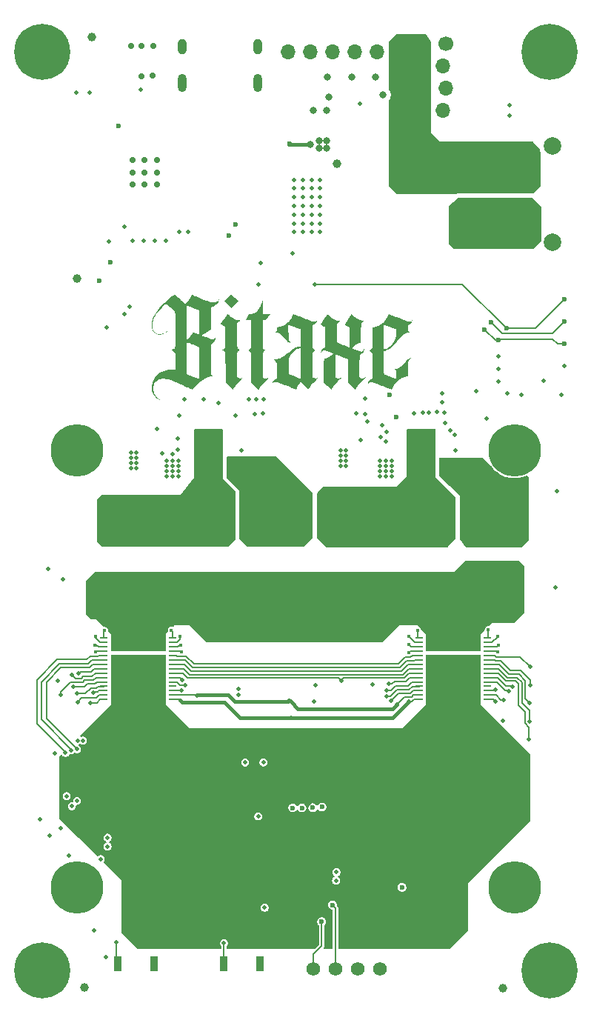
<source format=gbr>
%TF.GenerationSoftware,KiCad,Pcbnew,9.0.0*%
%TF.CreationDate,2025-03-16T23:20:56-04:00*%
%TF.ProjectId,BitaxeGT,42697461-7865-4475-942e-6b696361645f,v800*%
%TF.SameCoordinates,Original*%
%TF.FileFunction,Copper,L1,Top*%
%TF.FilePolarity,Positive*%
%FSLAX46Y46*%
G04 Gerber Fmt 4.6, Leading zero omitted, Abs format (unit mm)*
G04 Created by KiCad (PCBNEW 9.0.0) date 2025-03-16 23:20:56*
%MOMM*%
%LPD*%
G01*
G04 APERTURE LIST*
G04 Aperture macros list*
%AMRoundRect*
0 Rectangle with rounded corners*
0 $1 Rounding radius*
0 $2 $3 $4 $5 $6 $7 $8 $9 X,Y pos of 4 corners*
0 Add a 4 corners polygon primitive as box body*
4,1,4,$2,$3,$4,$5,$6,$7,$8,$9,$2,$3,0*
0 Add four circle primitives for the rounded corners*
1,1,$1+$1,$2,$3*
1,1,$1+$1,$4,$5*
1,1,$1+$1,$6,$7*
1,1,$1+$1,$8,$9*
0 Add four rect primitives between the rounded corners*
20,1,$1+$1,$2,$3,$4,$5,0*
20,1,$1+$1,$4,$5,$6,$7,0*
20,1,$1+$1,$6,$7,$8,$9,0*
20,1,$1+$1,$8,$9,$2,$3,0*%
G04 Aperture macros list end*
%TA.AperFunction,EtchedComponent*%
%ADD10C,0.000000*%
%TD*%
%TA.AperFunction,SMDPad,CuDef*%
%ADD11R,0.900000X1.800000*%
%TD*%
%TA.AperFunction,SMDPad,CuDef*%
%ADD12RoundRect,0.055250X-0.340750X-0.055250X0.340750X-0.055250X0.340750X0.055250X-0.340750X0.055250X0*%
%TD*%
%TA.AperFunction,SMDPad,CuDef*%
%ADD13R,6.300000X1.840000*%
%TD*%
%TA.AperFunction,SMDPad,CuDef*%
%ADD14R,6.300000X5.520000*%
%TD*%
%TA.AperFunction,ComponentPad*%
%ADD15R,1.700000X1.700000*%
%TD*%
%TA.AperFunction,ComponentPad*%
%ADD16O,1.700000X1.700000*%
%TD*%
%TA.AperFunction,ComponentPad*%
%ADD17C,3.000000*%
%TD*%
%TA.AperFunction,ComponentPad*%
%ADD18C,2.000000*%
%TD*%
%TA.AperFunction,ComponentPad*%
%ADD19C,0.800000*%
%TD*%
%TA.AperFunction,ComponentPad*%
%ADD20C,6.400000*%
%TD*%
%TA.AperFunction,SMDPad,CuDef*%
%ADD21C,1.000000*%
%TD*%
%TA.AperFunction,ComponentPad*%
%ADD22C,1.574800*%
%TD*%
%TA.AperFunction,ComponentPad*%
%ADD23C,1.700000*%
%TD*%
%TA.AperFunction,ComponentPad*%
%ADD24C,6.000000*%
%TD*%
%TA.AperFunction,ComponentPad*%
%ADD25C,0.400000*%
%TD*%
%TA.AperFunction,ComponentPad*%
%ADD26O,1.000000X1.800000*%
%TD*%
%TA.AperFunction,ComponentPad*%
%ADD27O,1.000000X2.100000*%
%TD*%
%TA.AperFunction,ViaPad*%
%ADD28C,0.500000*%
%TD*%
%TA.AperFunction,ViaPad*%
%ADD29C,0.600000*%
%TD*%
%TA.AperFunction,ViaPad*%
%ADD30C,1.000000*%
%TD*%
%TA.AperFunction,ViaPad*%
%ADD31C,0.800000*%
%TD*%
%TA.AperFunction,ViaPad*%
%ADD32C,0.700000*%
%TD*%
%TA.AperFunction,ViaPad*%
%ADD33C,0.400000*%
%TD*%
%TA.AperFunction,Conductor*%
%ADD34C,0.200000*%
%TD*%
%TA.AperFunction,Conductor*%
%ADD35C,0.400000*%
%TD*%
G04 APERTURE END LIST*
D10*
%TA.AperFunction,EtchedComponent*%
%TO.C,G\u002A\u002A\u002A*%
G36*
X124027177Y-69583387D02*
G01*
X124417726Y-69973936D01*
X124032597Y-70359486D01*
X123929016Y-70462783D01*
X123835151Y-70555630D01*
X123754984Y-70634149D01*
X123692497Y-70694464D01*
X123651672Y-70732697D01*
X123636628Y-70745037D01*
X123619598Y-70730895D01*
X123577190Y-70691055D01*
X123513388Y-70629393D01*
X123432174Y-70549788D01*
X123337530Y-70456116D01*
X123240659Y-70359486D01*
X122855531Y-69973936D01*
X123246080Y-69583387D01*
X123636628Y-69192838D01*
X124027177Y-69583387D01*
G37*
%TD.AperFunction*%
%TA.AperFunction,EtchedComponent*%
G36*
X127220281Y-70645640D02*
G01*
X127220550Y-71431804D01*
X127646184Y-71437436D01*
X128071818Y-71443068D01*
X127798632Y-71781666D01*
X127525446Y-72120263D01*
X127372998Y-72120263D01*
X127220550Y-72120263D01*
X127220666Y-73646555D01*
X127221009Y-73988320D01*
X127221982Y-74289789D01*
X127223582Y-74550779D01*
X127225807Y-74771101D01*
X127228654Y-74950570D01*
X127232121Y-75089001D01*
X127236204Y-75186207D01*
X127240902Y-75242002D01*
X127242889Y-75252459D01*
X127280407Y-75333150D01*
X127343749Y-75417483D01*
X127420938Y-75491554D01*
X127486137Y-75534867D01*
X127556832Y-75571135D01*
X127453376Y-75635447D01*
X127347613Y-75723665D01*
X127290444Y-75800946D01*
X127230968Y-75902133D01*
X127225183Y-77285500D01*
X127224086Y-77560116D01*
X127223305Y-77796088D01*
X127222907Y-77996447D01*
X127222959Y-78164221D01*
X127223527Y-78302440D01*
X127224677Y-78414133D01*
X127226476Y-78502329D01*
X127228991Y-78570059D01*
X127232287Y-78620351D01*
X127236432Y-78656235D01*
X127241491Y-78680740D01*
X127247532Y-78696896D01*
X127254621Y-78707732D01*
X127256438Y-78709826D01*
X127335934Y-78771857D01*
X127439021Y-78815927D01*
X127549153Y-78835293D01*
X127565168Y-78835650D01*
X127644355Y-78830449D01*
X127711851Y-78811015D01*
X127781939Y-78771606D01*
X127850861Y-78720747D01*
X127901677Y-78684439D01*
X127926387Y-78674752D01*
X127927719Y-78688220D01*
X127908401Y-78721377D01*
X127871162Y-78770756D01*
X127818729Y-78832892D01*
X127753831Y-78904318D01*
X127679196Y-78981567D01*
X127597551Y-79061174D01*
X127543705Y-79111012D01*
X127391378Y-79255468D01*
X127246744Y-79405043D01*
X127114246Y-79554324D01*
X126998329Y-79697898D01*
X126903437Y-79830350D01*
X126834015Y-79946269D01*
X126803919Y-80012106D01*
X126769515Y-80102741D01*
X126338675Y-79701734D01*
X125907834Y-79300727D01*
X125907325Y-77663941D01*
X125906961Y-77354645D01*
X125906087Y-77070358D01*
X125904727Y-76813066D01*
X125902904Y-76584758D01*
X125900644Y-76387420D01*
X125897971Y-76223040D01*
X125894908Y-76093604D01*
X125891481Y-76001101D01*
X125887714Y-75947517D01*
X125886177Y-75937681D01*
X125838928Y-75814462D01*
X125761540Y-75706849D01*
X125663720Y-75627522D01*
X125572611Y-75574128D01*
X125630830Y-75544073D01*
X125731973Y-75472089D01*
X125819518Y-75372060D01*
X125852441Y-75318704D01*
X125860866Y-75302537D01*
X125868179Y-75285478D01*
X125874470Y-75264596D01*
X125879831Y-75236958D01*
X125884353Y-75199630D01*
X125888125Y-75149680D01*
X125891240Y-75084176D01*
X125893787Y-75000184D01*
X125895859Y-74894772D01*
X125897544Y-74765007D01*
X125898936Y-74607956D01*
X125900123Y-74420687D01*
X125901197Y-74200267D01*
X125902249Y-73943763D01*
X125903259Y-73677810D01*
X125909102Y-72120263D01*
X125585499Y-72120263D01*
X125474701Y-72119286D01*
X125380242Y-72116589D01*
X125309199Y-72112525D01*
X125268651Y-72107444D01*
X125261895Y-72104177D01*
X125271823Y-72081755D01*
X125299385Y-72029401D01*
X125341244Y-71953196D01*
X125394066Y-71859222D01*
X125447588Y-71765579D01*
X125633281Y-71443068D01*
X125869532Y-71430396D01*
X125982372Y-71421618D01*
X126084816Y-71408666D01*
X126164648Y-71393273D01*
X126194949Y-71384223D01*
X126365620Y-71298312D01*
X126527513Y-71172733D01*
X126679689Y-71008743D01*
X126821208Y-70807605D01*
X126951131Y-70570578D01*
X127068517Y-70298923D01*
X127128343Y-70132391D01*
X127220013Y-69859475D01*
X127220281Y-70645640D01*
G37*
%TD.AperFunction*%
%TA.AperFunction,EtchedComponent*%
G36*
X123227698Y-71425424D02*
G01*
X123269701Y-71458955D01*
X123331107Y-71510813D01*
X123406152Y-71576198D01*
X123432002Y-71599102D01*
X123629609Y-71764585D01*
X123819732Y-71903468D01*
X123997392Y-72012318D01*
X124115874Y-72070635D01*
X124191833Y-72100602D01*
X124259740Y-72118502D01*
X124335885Y-72127299D01*
X124436562Y-72129960D01*
X124441966Y-72129983D01*
X124531695Y-72131109D01*
X124586562Y-72134564D01*
X124613366Y-72141670D01*
X124618909Y-72153748D01*
X124615037Y-72163592D01*
X124582450Y-72210417D01*
X124530293Y-72271488D01*
X124469357Y-72335563D01*
X124410431Y-72391402D01*
X124364302Y-72427762D01*
X124357876Y-72431540D01*
X124303404Y-72460693D01*
X124303862Y-73816770D01*
X124304007Y-74088774D01*
X124304304Y-74322269D01*
X124304838Y-74520422D01*
X124305695Y-74686396D01*
X124306961Y-74823356D01*
X124308723Y-74934468D01*
X124311066Y-75022897D01*
X124314076Y-75091808D01*
X124317840Y-75144365D01*
X124322443Y-75183735D01*
X124327971Y-75213081D01*
X124334511Y-75235569D01*
X124342149Y-75254364D01*
X124342991Y-75256194D01*
X124403885Y-75350669D01*
X124490654Y-75438636D01*
X124584700Y-75502971D01*
X124621064Y-75525484D01*
X124619567Y-75535652D01*
X124609387Y-75536656D01*
X124568853Y-75553336D01*
X124514304Y-75595911D01*
X124454249Y-75655217D01*
X124397199Y-75722088D01*
X124351664Y-75787360D01*
X124326229Y-75841602D01*
X124320861Y-75882222D01*
X124316224Y-75962934D01*
X124312312Y-76083966D01*
X124309123Y-76245546D01*
X124306653Y-76447899D01*
X124304898Y-76691254D01*
X124303855Y-76975837D01*
X124303521Y-77278670D01*
X124303404Y-78634369D01*
X124364704Y-78693098D01*
X124445764Y-78746987D01*
X124548951Y-78782354D01*
X124657058Y-78794441D01*
X124712873Y-78789352D01*
X124769484Y-78777341D01*
X124813635Y-78761313D01*
X124859179Y-78734268D01*
X124919973Y-78689203D01*
X124936615Y-78676296D01*
X124986669Y-78640112D01*
X125007219Y-78632288D01*
X124998751Y-78652249D01*
X124961753Y-78699419D01*
X124896709Y-78773222D01*
X124804108Y-78873082D01*
X124684433Y-78998424D01*
X124538173Y-79148671D01*
X124534254Y-79152666D01*
X124357182Y-79336232D01*
X124210086Y-79495737D01*
X124090892Y-79633755D01*
X123997524Y-79752862D01*
X123927908Y-79855633D01*
X123879971Y-79944642D01*
X123863209Y-79985547D01*
X123843337Y-80032740D01*
X123827579Y-80057089D01*
X123825182Y-80058032D01*
X123807696Y-80043967D01*
X123764040Y-80004775D01*
X123698169Y-79944126D01*
X123614038Y-79865689D01*
X123515600Y-79773134D01*
X123406811Y-79670130D01*
X123392914Y-79656924D01*
X122972088Y-79256850D01*
X122970970Y-77573613D01*
X122970653Y-77259530D01*
X122970118Y-76984576D01*
X122969322Y-76746208D01*
X122968220Y-76541882D01*
X122966771Y-76369054D01*
X122964931Y-76225181D01*
X122962656Y-76107720D01*
X122959904Y-76014125D01*
X122956631Y-75941855D01*
X122952794Y-75888364D01*
X122948349Y-75851110D01*
X122943255Y-75827549D01*
X122941204Y-75821811D01*
X122882634Y-75722842D01*
X122799433Y-75634583D01*
X122705811Y-75571908D01*
X122699807Y-75569120D01*
X122615239Y-75530986D01*
X122693571Y-75495109D01*
X122759127Y-75455850D01*
X122824441Y-75403001D01*
X122838566Y-75388968D01*
X122865984Y-75360031D01*
X122889294Y-75333267D01*
X122908828Y-75305207D01*
X122924921Y-75272381D01*
X122937905Y-75231319D01*
X122948113Y-75178551D01*
X122955880Y-75110608D01*
X122961538Y-75024019D01*
X122965420Y-74915316D01*
X122967860Y-74781028D01*
X122969191Y-74617685D01*
X122969746Y-74421818D01*
X122969859Y-74189956D01*
X122969852Y-74021967D01*
X122969852Y-72880167D01*
X122863115Y-72842258D01*
X122746525Y-72792120D01*
X122637402Y-72729433D01*
X122548042Y-72661954D01*
X122503292Y-72615331D01*
X122453037Y-72551117D01*
X122828903Y-71986674D01*
X122919763Y-71850286D01*
X123003083Y-71725327D01*
X123076096Y-71615937D01*
X123136034Y-71526258D01*
X123180132Y-71460431D01*
X123205621Y-71422597D01*
X123210863Y-71415018D01*
X123227698Y-71425424D01*
G37*
%TD.AperFunction*%
%TA.AperFunction,EtchedComponent*%
G36*
X141692715Y-71471975D02*
G01*
X141717082Y-71484221D01*
X141776090Y-71509404D01*
X141865358Y-71545844D01*
X141980502Y-71591858D01*
X142117140Y-71645765D01*
X142270889Y-71705882D01*
X142437365Y-71770529D01*
X142612187Y-71838023D01*
X142790972Y-71906683D01*
X142969336Y-71974826D01*
X143142896Y-72040772D01*
X143307271Y-72102838D01*
X143458077Y-72159342D01*
X143590931Y-72208603D01*
X143701451Y-72248940D01*
X143785253Y-72278669D01*
X143837955Y-72296110D01*
X143847546Y-72298824D01*
X143934900Y-72315749D01*
X144011001Y-72320770D01*
X144041965Y-72317754D01*
X144148876Y-72276163D01*
X144242503Y-72203273D01*
X144305589Y-72116757D01*
X144352205Y-72026497D01*
X144340378Y-72139837D01*
X144305861Y-72290291D01*
X144238197Y-72424704D01*
X144142254Y-72536834D01*
X144022902Y-72620438D01*
X143938075Y-72655591D01*
X143827440Y-72690466D01*
X143827440Y-72973960D01*
X143828131Y-73091910D01*
X143830952Y-73177232D01*
X143837031Y-73238961D01*
X143847491Y-73286129D01*
X143863460Y-73327770D01*
X143874323Y-73350257D01*
X143917980Y-73417032D01*
X143972077Y-73474759D01*
X143992007Y-73490111D01*
X144062807Y-73537162D01*
X143991175Y-73537162D01*
X143903969Y-73546135D01*
X143794386Y-73570453D01*
X143677011Y-73606210D01*
X143566430Y-73649504D01*
X143559128Y-73652804D01*
X143450367Y-73708748D01*
X143341130Y-73778511D01*
X143228031Y-73865225D01*
X143107686Y-73972018D01*
X142976711Y-74102022D01*
X142831721Y-74258366D01*
X142669331Y-74444180D01*
X142548440Y-74587525D01*
X142451785Y-74702681D01*
X142355105Y-74816491D01*
X142264608Y-74921747D01*
X142186503Y-75011239D01*
X142127001Y-75077758D01*
X142114783Y-75091002D01*
X141914797Y-75284075D01*
X141707794Y-75442682D01*
X141497117Y-75564654D01*
X141286108Y-75647819D01*
X141235753Y-75661772D01*
X141087408Y-75699443D01*
X141082043Y-77001430D01*
X141081067Y-77278032D01*
X141080615Y-77515560D01*
X141080727Y-77716612D01*
X141081444Y-77883783D01*
X141082808Y-78019673D01*
X141084858Y-78126877D01*
X141087637Y-78207992D01*
X141091185Y-78265616D01*
X141095542Y-78302345D01*
X141100751Y-78320778D01*
X141102880Y-78323463D01*
X141128684Y-78335875D01*
X141187817Y-78360543D01*
X141274764Y-78395371D01*
X141384013Y-78438269D01*
X141510051Y-78487141D01*
X141647365Y-78539895D01*
X141790441Y-78594437D01*
X141933767Y-78648674D01*
X142071829Y-78700514D01*
X142199114Y-78747862D01*
X142310110Y-78788626D01*
X142399304Y-78820711D01*
X142461181Y-78842026D01*
X142490229Y-78850475D01*
X142491028Y-78850533D01*
X142500194Y-78842215D01*
X142506756Y-78814321D01*
X142510916Y-78762440D01*
X142512880Y-78682163D01*
X142512851Y-78569078D01*
X142511034Y-78418775D01*
X142511025Y-78418171D01*
X142507854Y-78256501D01*
X142502991Y-78130648D01*
X142494944Y-78034759D01*
X142482223Y-77962978D01*
X142463338Y-77909450D01*
X142436798Y-77868319D01*
X142401114Y-77833732D01*
X142354794Y-77799833D01*
X142353386Y-77798875D01*
X142275847Y-77746186D01*
X142370071Y-77746186D01*
X142531395Y-77728083D01*
X142700189Y-77676682D01*
X142866073Y-77596337D01*
X143018667Y-77491407D01*
X143058907Y-77457041D01*
X143111520Y-77404386D01*
X143181714Y-77326425D01*
X143262393Y-77231438D01*
X143346465Y-77127704D01*
X143400164Y-77058733D01*
X143479649Y-76956948D01*
X143557318Y-76861322D01*
X143626990Y-76779192D01*
X143682485Y-76717891D01*
X143710290Y-76690687D01*
X143806273Y-76621115D01*
X143921203Y-76558903D01*
X144038930Y-76511690D01*
X144139992Y-76487511D01*
X144188286Y-76482980D01*
X144207494Y-76484556D01*
X144202502Y-76488140D01*
X144112770Y-76539120D01*
X144026147Y-76613636D01*
X143960458Y-76696238D01*
X143958330Y-76699813D01*
X143930521Y-76749936D01*
X143907474Y-76799690D01*
X143888657Y-76853596D01*
X143873541Y-76916174D01*
X143861596Y-76991946D01*
X143852293Y-77085431D01*
X143845101Y-77201152D01*
X143839492Y-77343627D01*
X143834935Y-77517379D01*
X143830900Y-77726928D01*
X143829713Y-77797417D01*
X143817022Y-78567516D01*
X143657022Y-78592230D01*
X143389020Y-78654225D01*
X143128717Y-78754691D01*
X142881468Y-78890490D01*
X142652630Y-79058486D01*
X142447559Y-79255541D01*
X142369927Y-79346064D01*
X142315687Y-79419061D01*
X142254462Y-79510968D01*
X142190417Y-79614380D01*
X142127713Y-79721892D01*
X142070516Y-79826099D01*
X142022989Y-79919597D01*
X141989294Y-79994980D01*
X141973597Y-80044844D01*
X141972970Y-80052045D01*
X141957895Y-80075985D01*
X141924355Y-80076625D01*
X141898999Y-80061727D01*
X141875912Y-80050658D01*
X141818259Y-80026541D01*
X141730448Y-79991075D01*
X141616891Y-79945959D01*
X141481997Y-79892893D01*
X141330177Y-79833576D01*
X141165840Y-79769706D01*
X140993397Y-79702983D01*
X140817258Y-79635106D01*
X140641833Y-79567775D01*
X140471532Y-79502687D01*
X140310764Y-79441543D01*
X140163941Y-79386042D01*
X140035473Y-79337882D01*
X139929768Y-79298763D01*
X139851238Y-79270385D01*
X139804293Y-79254445D01*
X139801566Y-79253619D01*
X139684977Y-79231974D01*
X139572126Y-79229963D01*
X139468757Y-79250736D01*
X139385082Y-79299902D01*
X139313441Y-79382855D01*
X139282351Y-79433963D01*
X139241741Y-79506891D01*
X139254475Y-79402707D01*
X139291643Y-79249917D01*
X139360984Y-79113600D01*
X139457574Y-78999621D01*
X139576492Y-78913847D01*
X139706973Y-78863512D01*
X139764274Y-78849740D01*
X139764070Y-77407191D01*
X139763867Y-75964643D01*
X139714956Y-75859608D01*
X139639123Y-75740926D01*
X139537903Y-75654051D01*
X139475294Y-75621970D01*
X139409982Y-75594917D01*
X139518660Y-75529739D01*
X139631550Y-75439173D01*
X139690597Y-75362032D01*
X139753855Y-75259503D01*
X139759579Y-74117884D01*
X139759722Y-74089336D01*
X141076989Y-74089336D01*
X141077279Y-74384815D01*
X141078135Y-74649236D01*
X141079538Y-74881220D01*
X141081469Y-75079391D01*
X141083909Y-75242371D01*
X141086837Y-75368782D01*
X141090235Y-75457247D01*
X141094083Y-75506389D01*
X141097055Y-75516653D01*
X141126240Y-75509503D01*
X141180404Y-75491065D01*
X141227284Y-75473321D01*
X141382279Y-75397203D01*
X141547126Y-75289195D01*
X141714789Y-75155507D01*
X141878230Y-75002346D01*
X142030413Y-74835920D01*
X142164299Y-74662438D01*
X142191310Y-74622876D01*
X142299502Y-74449144D01*
X142381994Y-74287796D01*
X142441716Y-74128735D01*
X142481603Y-73961864D01*
X142504585Y-73777086D01*
X142513597Y-73564304D01*
X142513998Y-73511849D01*
X142513737Y-73395968D01*
X142511729Y-73314927D01*
X142507169Y-73261904D01*
X142499255Y-73230078D01*
X142487181Y-73212624D01*
X142478015Y-73206430D01*
X142451016Y-73194669D01*
X142391433Y-73170331D01*
X142304637Y-73135519D01*
X142195999Y-73092336D01*
X142070888Y-73042884D01*
X141934677Y-72989265D01*
X141792734Y-72933582D01*
X141650431Y-72877938D01*
X141513139Y-72824435D01*
X141386228Y-72775175D01*
X141275068Y-72732260D01*
X141185030Y-72697795D01*
X141121484Y-72673880D01*
X141089802Y-72662618D01*
X141087368Y-72662018D01*
X141085625Y-72682293D01*
X141083974Y-72740871D01*
X141082439Y-72834381D01*
X141081045Y-72959453D01*
X141079816Y-73112716D01*
X141078778Y-73290800D01*
X141077953Y-73490334D01*
X141077368Y-73707947D01*
X141077046Y-73940270D01*
X141076989Y-74089336D01*
X139759722Y-74089336D01*
X139765303Y-72976265D01*
X139842926Y-72964368D01*
X140148723Y-72898470D01*
X140431024Y-72798161D01*
X140689698Y-72663537D01*
X140924618Y-72494694D01*
X141135652Y-72291726D01*
X141322672Y-72054731D01*
X141485549Y-71783802D01*
X141511337Y-71733356D01*
X141550949Y-71650916D01*
X141584097Y-71576355D01*
X141605416Y-71521953D01*
X141609239Y-71509361D01*
X141632499Y-71463611D01*
X141666834Y-71455724D01*
X141692715Y-71471975D01*
G37*
%TD.AperFunction*%
%TA.AperFunction,EtchedComponent*%
G36*
X130765003Y-71468531D02*
G01*
X130796060Y-71483311D01*
X130836999Y-71501255D01*
X130912163Y-71531947D01*
X131016826Y-71573586D01*
X131146262Y-71624369D01*
X131295742Y-71682494D01*
X131460542Y-71746159D01*
X131635933Y-71813560D01*
X131817190Y-71882896D01*
X131999584Y-71952364D01*
X132178391Y-72020162D01*
X132348882Y-72084488D01*
X132506331Y-72143538D01*
X132646011Y-72195511D01*
X132763196Y-72238605D01*
X132853158Y-72271016D01*
X132911172Y-72290942D01*
X132925765Y-72295403D01*
X133020102Y-72315347D01*
X133098113Y-72320571D01*
X133123714Y-72317709D01*
X133230392Y-72276190D01*
X133323912Y-72203404D01*
X133387131Y-72116757D01*
X133433747Y-72026497D01*
X133421920Y-72139837D01*
X133387404Y-72290291D01*
X133319739Y-72424704D01*
X133223796Y-72536834D01*
X133104444Y-72620438D01*
X133019617Y-72655591D01*
X132908983Y-72690466D01*
X132908983Y-73929239D01*
X132909281Y-74220542D01*
X132910198Y-74471883D01*
X132911764Y-74684969D01*
X132914011Y-74861508D01*
X132916970Y-75003207D01*
X132920672Y-75111774D01*
X132925149Y-75188915D01*
X132930431Y-75236338D01*
X132933165Y-75248725D01*
X132976524Y-75340013D01*
X133045881Y-75430018D01*
X133128367Y-75504005D01*
X133185496Y-75537692D01*
X133266385Y-75573908D01*
X133169158Y-75620974D01*
X133070170Y-75689647D01*
X132988249Y-75786198D01*
X132934327Y-75897286D01*
X132929604Y-75913352D01*
X132925105Y-75951899D01*
X132921293Y-76030608D01*
X132918184Y-76147972D01*
X132915796Y-76302485D01*
X132914145Y-76492640D01*
X132913247Y-76716930D01*
X132913119Y-76973850D01*
X132913778Y-77261892D01*
X132914038Y-77331360D01*
X132919401Y-78671643D01*
X133017507Y-78732295D01*
X133118245Y-78779228D01*
X133227025Y-78804991D01*
X133327305Y-78806179D01*
X133352960Y-78801311D01*
X133397001Y-78782844D01*
X133459319Y-78747993D01*
X133511929Y-78714049D01*
X133566050Y-78679052D01*
X133595877Y-78665539D01*
X133600609Y-78674521D01*
X133579445Y-78707007D01*
X133531585Y-78764009D01*
X133456228Y-78846537D01*
X133352573Y-78955601D01*
X133219821Y-79092213D01*
X133180970Y-79131830D01*
X133070705Y-79245217D01*
X132964703Y-79356300D01*
X132868214Y-79459418D01*
X132786490Y-79548908D01*
X132724781Y-79619108D01*
X132693392Y-79657527D01*
X132630719Y-79745529D01*
X132572120Y-79837803D01*
X132522630Y-79925342D01*
X132487284Y-79999141D01*
X132471117Y-80050192D01*
X132470638Y-80055972D01*
X132456627Y-80050436D01*
X132417179Y-80017793D01*
X132355558Y-79961151D01*
X132275030Y-79883617D01*
X132178858Y-79788298D01*
X132070309Y-79678300D01*
X132026367Y-79633168D01*
X131582868Y-79176016D01*
X131463482Y-79320617D01*
X131331357Y-79497377D01*
X131215434Y-79685371D01*
X131124090Y-79870559D01*
X131100787Y-79928610D01*
X131069772Y-80008816D01*
X131048111Y-80055552D01*
X131031369Y-80074673D01*
X131015114Y-80072036D01*
X131001300Y-80060029D01*
X130977589Y-80048042D01*
X130919269Y-80023091D01*
X130830742Y-79986869D01*
X130716409Y-79941070D01*
X130580672Y-79887389D01*
X130427932Y-79827520D01*
X130262591Y-79763157D01*
X130089050Y-79695995D01*
X129911711Y-79627726D01*
X129734976Y-79560046D01*
X129563245Y-79494648D01*
X129400921Y-79433227D01*
X129252404Y-79377477D01*
X129122097Y-79329092D01*
X129014401Y-79289766D01*
X128933717Y-79261193D01*
X128884447Y-79245067D01*
X128882544Y-79244521D01*
X128801221Y-79224064D01*
X128726785Y-79209713D01*
X128678717Y-79204758D01*
X128568464Y-79224769D01*
X128470001Y-79282942D01*
X128387400Y-79376483D01*
X128359520Y-79423544D01*
X128337561Y-79461705D01*
X128327977Y-79464739D01*
X128325732Y-79441367D01*
X128331305Y-79398983D01*
X128346685Y-79332093D01*
X128366897Y-79260701D01*
X128431712Y-79115034D01*
X128526941Y-78997422D01*
X128651297Y-78909285D01*
X128710377Y-78882008D01*
X128835398Y-78831809D01*
X128835398Y-77971237D01*
X128835398Y-77125579D01*
X130182243Y-77125579D01*
X130183195Y-77312672D01*
X130184335Y-77484431D01*
X130189787Y-78314808D01*
X130877399Y-78581270D01*
X131037269Y-78643095D01*
X131184849Y-78699923D01*
X131315637Y-78750039D01*
X131425130Y-78791728D01*
X131508826Y-78823276D01*
X131562223Y-78842967D01*
X131580640Y-78849132D01*
X131583029Y-78829024D01*
X131585307Y-78770301D01*
X131587446Y-78676021D01*
X131589418Y-78549245D01*
X131591196Y-78393030D01*
X131592752Y-78210435D01*
X131594059Y-78004519D01*
X131595088Y-77778340D01*
X131595812Y-77534958D01*
X131596204Y-77277431D01*
X131596267Y-77121083D01*
X131596267Y-75391633D01*
X131486874Y-75391880D01*
X131313505Y-75412152D01*
X131137049Y-75469841D01*
X130962144Y-75561413D01*
X130793431Y-75683335D01*
X130635547Y-75832074D01*
X130493132Y-76004095D01*
X130370825Y-76195865D01*
X130330965Y-76272405D01*
X130294348Y-76347173D01*
X130264127Y-76411358D01*
X130239716Y-76469806D01*
X130220528Y-76527367D01*
X130205977Y-76588888D01*
X130195476Y-76659217D01*
X130188439Y-76743203D01*
X130184278Y-76845693D01*
X130182409Y-76971536D01*
X130182243Y-77125579D01*
X128835398Y-77125579D01*
X128835398Y-77110665D01*
X128769459Y-76971483D01*
X128722066Y-76884654D01*
X128664683Y-76797914D01*
X128617095Y-76738541D01*
X128530670Y-76644780D01*
X128630942Y-76632256D01*
X128822202Y-76603479D01*
X128996901Y-76565558D01*
X129160764Y-76515619D01*
X129319516Y-76450787D01*
X129478884Y-76368189D01*
X129644591Y-76264951D01*
X129822363Y-76138198D01*
X130017927Y-75985057D01*
X130168950Y-75860217D01*
X130364296Y-75698868D01*
X130534999Y-75564843D01*
X130685555Y-75455676D01*
X130820461Y-75368900D01*
X130944213Y-75302049D01*
X131061308Y-75252655D01*
X131176243Y-75218252D01*
X131293513Y-75196373D01*
X131398318Y-75185784D01*
X131585849Y-75172847D01*
X131591264Y-74199572D01*
X131592447Y-73972396D01*
X131593171Y-73783322D01*
X131593322Y-73628777D01*
X131592788Y-73505190D01*
X131591457Y-73408990D01*
X131589215Y-73336606D01*
X131585952Y-73284467D01*
X131581553Y-73249001D01*
X131575908Y-73226637D01*
X131568902Y-73213804D01*
X131560425Y-73206931D01*
X131560008Y-73206705D01*
X131531318Y-73194056D01*
X131470232Y-73168945D01*
X131382133Y-73133479D01*
X131272405Y-73089764D01*
X131146430Y-73039906D01*
X131009592Y-72986013D01*
X130867274Y-72930191D01*
X130724859Y-72874546D01*
X130587731Y-72821184D01*
X130461272Y-72772213D01*
X130350866Y-72729740D01*
X130261896Y-72695869D01*
X130199744Y-72672709D01*
X130169796Y-72662365D01*
X130168088Y-72662018D01*
X130164971Y-72682079D01*
X130162690Y-72739173D01*
X130161268Y-72828669D01*
X130160726Y-72945934D01*
X130161085Y-73086337D01*
X130162367Y-73245245D01*
X130164583Y-73417351D01*
X130168516Y-73644222D01*
X130173137Y-73833899D01*
X130178909Y-73990862D01*
X130186297Y-74119591D01*
X130195767Y-74224564D01*
X130207784Y-74310262D01*
X130222813Y-74381163D01*
X130241319Y-74441747D01*
X130263767Y-74496493D01*
X130280093Y-74529908D01*
X130358860Y-74641253D01*
X130466991Y-74733255D01*
X130502338Y-74754727D01*
X130564848Y-74789549D01*
X130471083Y-74777062D01*
X130361825Y-74753771D01*
X130257503Y-74711760D01*
X130153578Y-74647584D01*
X130045512Y-74557800D01*
X129928765Y-74438961D01*
X129798798Y-74287623D01*
X129755287Y-74233786D01*
X129613051Y-74061391D01*
X129486383Y-73921367D01*
X129370312Y-73809824D01*
X129259862Y-73722876D01*
X129150059Y-73656634D01*
X129035931Y-73607209D01*
X128912504Y-73570714D01*
X128904679Y-73568847D01*
X128820350Y-73551984D01*
X128738853Y-73540574D01*
X128691668Y-73537470D01*
X128610449Y-73537162D01*
X128680933Y-73489663D01*
X128764677Y-73413096D01*
X128817984Y-73314645D01*
X128842940Y-73189714D01*
X128845473Y-73126580D01*
X128845816Y-72976458D01*
X128923954Y-72964070D01*
X129079937Y-72933951D01*
X129242715Y-72893281D01*
X129394953Y-72846755D01*
X129496566Y-72808869D01*
X129697555Y-72707635D01*
X129898527Y-72573983D01*
X130089737Y-72416019D01*
X130261442Y-72241846D01*
X130403898Y-72059571D01*
X130412113Y-72047334D01*
X130469456Y-71955812D01*
X130529322Y-71851546D01*
X130586611Y-71744378D01*
X130636227Y-71644149D01*
X130673070Y-71560703D01*
X130690781Y-71509361D01*
X130704405Y-71468994D01*
X130725291Y-71456338D01*
X130765003Y-71468531D01*
G37*
%TD.AperFunction*%
%TA.AperFunction,EtchedComponent*%
G36*
X137400270Y-71467090D02*
G01*
X137443146Y-71504271D01*
X137503794Y-71559588D01*
X137576142Y-71627600D01*
X137587452Y-71638391D01*
X137772613Y-71801859D01*
X137958085Y-71939668D01*
X138139649Y-72049490D01*
X138313089Y-72129001D01*
X138474184Y-72175872D01*
X138584338Y-72188206D01*
X138661502Y-72186996D01*
X138728157Y-72181110D01*
X138760689Y-72174426D01*
X138794464Y-72165851D01*
X138796547Y-72180251D01*
X138784567Y-72204319D01*
X138754762Y-72246129D01*
X138704431Y-72304195D01*
X138643658Y-72368170D01*
X138582525Y-72427707D01*
X138531115Y-72472461D01*
X138507060Y-72489062D01*
X138498613Y-72495385D01*
X138491438Y-72506876D01*
X138485383Y-72526891D01*
X138480300Y-72558785D01*
X138476038Y-72605914D01*
X138472449Y-72671634D01*
X138469382Y-72759300D01*
X138466689Y-72872268D01*
X138464219Y-73013892D01*
X138461823Y-73187529D01*
X138459351Y-73396534D01*
X138456998Y-73612036D01*
X138445200Y-74714657D01*
X138299392Y-74750452D01*
X138200156Y-74780076D01*
X138100087Y-74821696D01*
X137994210Y-74878435D01*
X137877551Y-74953416D01*
X137745135Y-75049760D01*
X137591987Y-75170591D01*
X137470956Y-75270434D01*
X137423291Y-75312867D01*
X137394074Y-75343973D01*
X137389233Y-75355167D01*
X137413050Y-75366177D01*
X137469481Y-75389105D01*
X137552025Y-75421501D01*
X137654180Y-75460913D01*
X137769441Y-75504889D01*
X137891308Y-75550979D01*
X138013277Y-75596731D01*
X138128845Y-75639694D01*
X138231511Y-75677418D01*
X138314771Y-75707450D01*
X138372124Y-75727339D01*
X138395038Y-75734313D01*
X138475685Y-75735840D01*
X138567262Y-75713716D01*
X138650611Y-75673124D01*
X138668239Y-75660444D01*
X138711135Y-75615801D01*
X138756735Y-75552290D01*
X138775752Y-75519866D01*
X138802330Y-75474246D01*
X138817435Y-75456131D01*
X138818562Y-75464561D01*
X138810047Y-75510838D01*
X138799894Y-75576542D01*
X138796606Y-75600097D01*
X138758095Y-75735353D01*
X138683975Y-75857627D01*
X138579762Y-75960660D01*
X138450975Y-76038197D01*
X138389048Y-76062262D01*
X138295283Y-76093133D01*
X138289911Y-77360924D01*
X138284539Y-78628715D01*
X138331584Y-78679863D01*
X138421187Y-78748953D01*
X138532150Y-78792362D01*
X138651076Y-78807146D01*
X138764569Y-78790362D01*
X138790825Y-78780762D01*
X138852038Y-78747919D01*
X138915938Y-78703451D01*
X138925595Y-78695563D01*
X138966286Y-78666237D01*
X138990437Y-78658460D01*
X138993314Y-78663137D01*
X138979262Y-78684091D01*
X138939681Y-78730399D01*
X138878433Y-78797874D01*
X138799382Y-78882327D01*
X138706391Y-78979570D01*
X138612056Y-79076515D01*
X138451446Y-79241788D01*
X138317991Y-79382846D01*
X138208281Y-79503803D01*
X138118901Y-79608769D01*
X138046441Y-79701855D01*
X137987489Y-79787172D01*
X137938631Y-79868833D01*
X137911042Y-79921160D01*
X137834011Y-80074495D01*
X137408289Y-79676547D01*
X136982568Y-79278600D01*
X136972149Y-77944770D01*
X136961731Y-76610940D01*
X136294955Y-76355707D01*
X136136315Y-76295036D01*
X135989054Y-76238823D01*
X135857951Y-76188884D01*
X135747785Y-76147033D01*
X135663337Y-76115089D01*
X135609385Y-76094868D01*
X135591714Y-76088455D01*
X135584252Y-76087785D01*
X135577880Y-76093077D01*
X135572514Y-76107342D01*
X135568067Y-76133588D01*
X135564453Y-76174827D01*
X135561588Y-76234068D01*
X135559384Y-76314319D01*
X135557756Y-76418592D01*
X135556618Y-76549895D01*
X135555884Y-76711239D01*
X135555469Y-76905633D01*
X135555286Y-77136087D01*
X135555250Y-77366886D01*
X135555250Y-78657335D01*
X135633388Y-78711096D01*
X135738004Y-78772206D01*
X135834021Y-78802707D01*
X135905622Y-78808402D01*
X135994092Y-78794359D01*
X136086911Y-78758628D01*
X136165057Y-78709379D01*
X136188791Y-78686782D01*
X136223709Y-78654298D01*
X136247511Y-78642166D01*
X136254315Y-78651749D01*
X136238482Y-78681453D01*
X136198761Y-78732713D01*
X136133896Y-78806964D01*
X136042635Y-78905640D01*
X135923723Y-79030176D01*
X135775906Y-79182006D01*
X135774029Y-79183922D01*
X135622394Y-79340456D01*
X135497923Y-79473591D01*
X135396919Y-79587931D01*
X135315686Y-79688083D01*
X135250526Y-79778651D01*
X135197743Y-79864242D01*
X135153641Y-79949461D01*
X135145474Y-79967001D01*
X135117557Y-80026563D01*
X135097361Y-80066991D01*
X135090105Y-80078644D01*
X135074615Y-80064604D01*
X135032666Y-80025556D01*
X134968096Y-79965100D01*
X134884746Y-79886839D01*
X134786456Y-79794376D01*
X134677067Y-79691312D01*
X134654061Y-79669618D01*
X134221698Y-79261850D01*
X134221698Y-77909516D01*
X134221855Y-77627634D01*
X134222359Y-77384925D01*
X134223256Y-77178890D01*
X134224596Y-77007032D01*
X134226425Y-76866850D01*
X134228793Y-76755846D01*
X134231746Y-76671521D01*
X134235332Y-76611376D01*
X134239601Y-76572913D01*
X134244598Y-76553632D01*
X134247744Y-76550279D01*
X134279945Y-76542150D01*
X134339993Y-76527302D01*
X134415238Y-76508863D01*
X134419647Y-76507787D01*
X134512261Y-76479229D01*
X134618437Y-76437644D01*
X134716161Y-76391705D01*
X134721780Y-76388730D01*
X134793241Y-76347410D01*
X134876913Y-76294105D01*
X134966576Y-76233397D01*
X135056011Y-76169868D01*
X135138999Y-76108099D01*
X135209319Y-76052674D01*
X135260753Y-76008173D01*
X135287082Y-75979178D01*
X135288409Y-75971283D01*
X135263786Y-75958510D01*
X135206932Y-75934132D01*
X135124775Y-75900797D01*
X135024244Y-75861154D01*
X134912267Y-75817853D01*
X134795774Y-75773541D01*
X134681692Y-75730867D01*
X134576951Y-75692481D01*
X134488479Y-75661031D01*
X134423204Y-75639166D01*
X134406022Y-75633950D01*
X134270208Y-75605848D01*
X134158072Y-75608933D01*
X134063788Y-75644964D01*
X133981529Y-75715699D01*
X133935193Y-75776012D01*
X133896081Y-75827943D01*
X133873697Y-75843652D01*
X133867921Y-75822610D01*
X133878633Y-75764288D01*
X133905714Y-75668159D01*
X133908644Y-75658625D01*
X133956112Y-75543606D01*
X134019138Y-75444664D01*
X134027297Y-75434809D01*
X134089584Y-75375892D01*
X134168333Y-75320360D01*
X134250540Y-75275777D01*
X134323201Y-75249708D01*
X134351928Y-75245979D01*
X134359791Y-75243986D01*
X134366439Y-75235962D01*
X134371973Y-75218692D01*
X134376494Y-75188964D01*
X134380104Y-75143565D01*
X134382905Y-75079283D01*
X134384997Y-74992905D01*
X134386483Y-74881217D01*
X134387464Y-74741007D01*
X134388041Y-74569063D01*
X134388316Y-74362171D01*
X134388392Y-74117118D01*
X134388392Y-74092167D01*
X134388392Y-72938558D01*
X134289417Y-72901217D01*
X134195323Y-72859144D01*
X134103007Y-72806422D01*
X134018825Y-72748185D01*
X133949130Y-72689568D01*
X133900276Y-72635705D01*
X133878618Y-72591731D01*
X133881628Y-72571698D01*
X133900068Y-72542725D01*
X133937447Y-72485574D01*
X133990334Y-72405386D01*
X134055298Y-72307306D01*
X134128911Y-72196475D01*
X134207742Y-72078037D01*
X134288362Y-71957134D01*
X134367339Y-71838909D01*
X134441245Y-71728505D01*
X134506648Y-71631065D01*
X134560120Y-71551731D01*
X134598230Y-71495647D01*
X134617549Y-71467955D01*
X134618986Y-71466129D01*
X134639946Y-71472209D01*
X134684441Y-71502981D01*
X134746408Y-71553799D01*
X134819573Y-71619820D01*
X135018679Y-71793680D01*
X135213276Y-71937912D01*
X135400682Y-72051193D01*
X135578217Y-72132204D01*
X135743203Y-72179623D01*
X135892958Y-72192127D01*
X135964464Y-72184292D01*
X136024275Y-72174804D01*
X136064483Y-72171591D01*
X136073424Y-72173082D01*
X136062612Y-72189840D01*
X136027492Y-72229842D01*
X135973506Y-72287148D01*
X135906096Y-72355822D01*
X135904096Y-72357823D01*
X135727061Y-72534858D01*
X135719293Y-73622223D01*
X135711526Y-74709589D01*
X136419975Y-74987867D01*
X136581658Y-75051328D01*
X136730658Y-75109719D01*
X136862637Y-75161347D01*
X136973258Y-75204519D01*
X137058185Y-75237543D01*
X137113080Y-75258726D01*
X137133607Y-75266376D01*
X137133634Y-75266379D01*
X137134601Y-75246209D01*
X137135510Y-75188101D01*
X137136344Y-75095789D01*
X137137086Y-74973008D01*
X137137719Y-74823495D01*
X137138228Y-74650982D01*
X137138594Y-74459206D01*
X137138801Y-74251902D01*
X137138843Y-74104857D01*
X137138843Y-72943102D01*
X137014503Y-72894888D01*
X136923941Y-72852848D01*
X136830662Y-72798075D01*
X136745063Y-72737857D01*
X136677545Y-72679482D01*
X136639453Y-72632057D01*
X136633879Y-72616686D01*
X136634213Y-72597236D01*
X136642620Y-72569932D01*
X136661264Y-72531001D01*
X136692309Y-72476670D01*
X136737918Y-72403165D01*
X136800257Y-72306714D01*
X136881490Y-72183542D01*
X136983779Y-72029876D01*
X136991137Y-72018849D01*
X137082405Y-71882653D01*
X137166494Y-71758254D01*
X137240591Y-71649730D01*
X137301884Y-71561158D01*
X137347559Y-71496615D01*
X137374804Y-71460177D01*
X137381233Y-71453487D01*
X137400270Y-71467090D01*
G37*
%TD.AperFunction*%
%TA.AperFunction,EtchedComponent*%
G36*
X119198418Y-69252747D02*
G01*
X119252374Y-69298801D01*
X119299610Y-69334637D01*
X119316368Y-69345199D01*
X119342874Y-69356501D01*
X119404448Y-69381180D01*
X119497234Y-69417734D01*
X119617372Y-69464663D01*
X119761006Y-69520464D01*
X119924277Y-69583635D01*
X120103327Y-69652676D01*
X120294298Y-69726084D01*
X120338429Y-69743016D01*
X120565913Y-69830062D01*
X120758215Y-69903108D01*
X120918940Y-69963391D01*
X121051694Y-70012152D01*
X121160081Y-70050627D01*
X121247707Y-70080056D01*
X121318177Y-70101677D01*
X121375097Y-70116729D01*
X121422071Y-70126450D01*
X121462705Y-70132079D01*
X121474032Y-70133141D01*
X121631189Y-70134089D01*
X121784481Y-70112556D01*
X121918942Y-70070966D01*
X121951822Y-70055731D01*
X122034388Y-69998082D01*
X122110598Y-69917611D01*
X122169119Y-69828161D01*
X122196031Y-69757486D01*
X122215266Y-69671944D01*
X122217498Y-69771440D01*
X122200440Y-69925507D01*
X122143348Y-70075533D01*
X122047808Y-70219632D01*
X121915402Y-70355923D01*
X121747716Y-70482521D01*
X121546334Y-70597544D01*
X121506070Y-70617139D01*
X121302912Y-70713584D01*
X121302912Y-71965581D01*
X121302912Y-73217577D01*
X120761745Y-73548820D01*
X120627737Y-73631595D01*
X120506780Y-73707757D01*
X120403053Y-73774558D01*
X120320738Y-73829249D01*
X120264015Y-73869081D01*
X120237063Y-73891307D01*
X120235617Y-73894721D01*
X120258258Y-73905758D01*
X120314738Y-73929654D01*
X120399979Y-73964366D01*
X120508903Y-74007854D01*
X120636431Y-74058074D01*
X120777485Y-74112984D01*
X120801053Y-74122101D01*
X120985808Y-74192744D01*
X121136786Y-74248254D01*
X121258649Y-74289600D01*
X121356058Y-74317750D01*
X121433674Y-74333672D01*
X121496158Y-74338334D01*
X121548171Y-74332707D01*
X121594374Y-74317756D01*
X121637119Y-74295808D01*
X121697952Y-74245344D01*
X121752328Y-74174984D01*
X121790417Y-74099776D01*
X121802651Y-74042453D01*
X121811723Y-74005867D01*
X121826380Y-73995570D01*
X121838121Y-74012348D01*
X121843122Y-74064454D01*
X121841589Y-74154551D01*
X121840489Y-74177892D01*
X121817152Y-74346879D01*
X121763567Y-74494567D01*
X121676703Y-74625855D01*
X121553533Y-74745645D01*
X121437832Y-74829379D01*
X121302912Y-74917282D01*
X121303028Y-76555729D01*
X121303333Y-76892200D01*
X121304190Y-77194376D01*
X121305587Y-77461332D01*
X121307513Y-77692144D01*
X121309956Y-77885886D01*
X121312905Y-78041633D01*
X121316347Y-78158460D01*
X121320272Y-78235442D01*
X121324546Y-78271231D01*
X121348569Y-78332146D01*
X121387432Y-78406325D01*
X121416786Y-78453553D01*
X121449932Y-78508214D01*
X121466157Y-78546422D01*
X121462988Y-78559232D01*
X121391727Y-78565353D01*
X121295366Y-78580019D01*
X121188890Y-78600387D01*
X121087285Y-78623611D01*
X121011198Y-78644988D01*
X120809333Y-78725134D01*
X120592797Y-78838463D01*
X120366500Y-78981372D01*
X120135354Y-79150256D01*
X119904271Y-79341514D01*
X119678161Y-79551542D01*
X119461935Y-79776737D01*
X119448997Y-79791082D01*
X119375332Y-79872952D01*
X119309128Y-79946324D01*
X119256652Y-80004268D01*
X119224169Y-80039855D01*
X119219902Y-80044451D01*
X119210330Y-80052481D01*
X119197087Y-80056848D01*
X119176859Y-80056278D01*
X119146332Y-80049500D01*
X119102193Y-80035239D01*
X119041128Y-80012225D01*
X118959823Y-79979183D01*
X118854966Y-79934842D01*
X118723241Y-79877929D01*
X118561336Y-79807170D01*
X118365938Y-79721294D01*
X118279991Y-79683453D01*
X118086672Y-79598189D01*
X117895954Y-79513832D01*
X117713109Y-79432733D01*
X117543415Y-79357242D01*
X117392146Y-79289707D01*
X117264577Y-79232479D01*
X117165984Y-79187908D01*
X117114725Y-79164429D01*
X116898453Y-79068565D01*
X116707352Y-78993968D01*
X116532343Y-78938163D01*
X116364348Y-78898676D01*
X116194289Y-78873029D01*
X116013087Y-78858750D01*
X115989540Y-78857656D01*
X115754713Y-78858869D01*
X115549155Y-78885317D01*
X115367858Y-78938528D01*
X115205817Y-79020031D01*
X115058024Y-79131355D01*
X115040055Y-79147673D01*
X114921978Y-79274605D01*
X114834605Y-79411171D01*
X114775422Y-79563955D01*
X114741912Y-79739536D01*
X114731562Y-79944496D01*
X114731602Y-79954881D01*
X114740515Y-80150170D01*
X114766816Y-80320858D01*
X114813700Y-80481525D01*
X114882303Y-80642494D01*
X114979756Y-80803139D01*
X115108207Y-80952717D01*
X115257303Y-81080747D01*
X115403702Y-81170441D01*
X115477286Y-81209891D01*
X115512829Y-81235163D01*
X115511843Y-81245191D01*
X115475843Y-81238912D01*
X115406345Y-81215259D01*
X115363934Y-81198412D01*
X115178454Y-81099954D01*
X115008847Y-80965056D01*
X114857913Y-80796846D01*
X114728447Y-80598455D01*
X114623249Y-80373010D01*
X114621243Y-80367807D01*
X114599447Y-80308956D01*
X114583899Y-80258120D01*
X114573588Y-80206495D01*
X114567501Y-80145280D01*
X114564629Y-80065670D01*
X114563958Y-79958865D01*
X114564221Y-79871534D01*
X114565529Y-79735832D01*
X114568818Y-79631336D01*
X114575175Y-79547588D01*
X114585685Y-79474128D01*
X114601434Y-79400500D01*
X114620898Y-79325768D01*
X114718304Y-79037885D01*
X114844932Y-78779630D01*
X115000366Y-78551333D01*
X115184192Y-78353324D01*
X115395992Y-78185935D01*
X115635352Y-78049496D01*
X115901857Y-77944337D01*
X116195090Y-77870789D01*
X116500333Y-77830314D01*
X116610905Y-77822203D01*
X116705143Y-77817933D01*
X116794970Y-77817704D01*
X116892311Y-77821715D01*
X117009089Y-77830165D01*
X117131164Y-77840861D01*
X117241368Y-77850924D01*
X117235348Y-76918202D01*
X117233868Y-76696642D01*
X117232415Y-76512822D01*
X117232311Y-76503236D01*
X118552461Y-76503236D01*
X118552477Y-76820646D01*
X118552566Y-77098985D01*
X118552784Y-77340854D01*
X118553191Y-77548856D01*
X118553844Y-77725593D01*
X118554803Y-77873667D01*
X118556125Y-77995679D01*
X118557869Y-78094233D01*
X118560093Y-78171929D01*
X118562855Y-78231371D01*
X118566215Y-78275160D01*
X118570229Y-78305897D01*
X118574957Y-78326186D01*
X118580456Y-78338629D01*
X118586786Y-78345827D01*
X118593870Y-78350310D01*
X118625922Y-78364515D01*
X118690180Y-78390633D01*
X118781127Y-78426567D01*
X118893242Y-78470223D01*
X119021009Y-78519505D01*
X119158908Y-78572318D01*
X119301420Y-78626566D01*
X119443028Y-78680155D01*
X119578212Y-78730988D01*
X119701453Y-78776971D01*
X119807235Y-78816008D01*
X119890036Y-78846004D01*
X119944340Y-78864864D01*
X119964151Y-78870584D01*
X119968859Y-78862980D01*
X119973002Y-78838420D01*
X119976611Y-78794732D01*
X119979716Y-78729745D01*
X119982350Y-78641288D01*
X119984543Y-78527189D01*
X119986325Y-78385278D01*
X119987730Y-78213382D01*
X119988786Y-78009331D01*
X119989526Y-77770954D01*
X119989981Y-77496080D01*
X119990181Y-77182536D01*
X119990197Y-77051547D01*
X119990197Y-75231724D01*
X119308166Y-74964657D01*
X119147946Y-74902051D01*
X118999027Y-74844115D01*
X118866108Y-74792657D01*
X118753888Y-74749486D01*
X118667065Y-74716411D01*
X118610337Y-74695239D01*
X118589298Y-74687956D01*
X118582884Y-74687846D01*
X118577259Y-74692785D01*
X118572372Y-74705317D01*
X118568171Y-74727987D01*
X118564604Y-74763340D01*
X118561620Y-74813922D01*
X118559167Y-74882277D01*
X118557194Y-74970952D01*
X118555648Y-75082490D01*
X118554479Y-75219438D01*
X118553633Y-75384340D01*
X118553061Y-75579741D01*
X118552710Y-75808187D01*
X118552529Y-76072223D01*
X118552465Y-76374394D01*
X118552461Y-76503236D01*
X117232311Y-76503236D01*
X117230790Y-76362807D01*
X117228794Y-76242664D01*
X117226226Y-76148458D01*
X117222887Y-76076258D01*
X117218576Y-76022127D01*
X117213096Y-75982134D01*
X117206245Y-75952344D01*
X117197824Y-75928824D01*
X117187634Y-75907640D01*
X117183672Y-75900160D01*
X117098245Y-75784140D01*
X116979774Y-75693228D01*
X116865624Y-75640344D01*
X116800956Y-75614731D01*
X116755511Y-75592849D01*
X116739664Y-75580177D01*
X116757876Y-75566991D01*
X116805197Y-75547117D01*
X116859475Y-75528687D01*
X116963085Y-75480533D01*
X117062053Y-75406566D01*
X117145546Y-75317093D01*
X117202728Y-75222422D01*
X117214137Y-75191266D01*
X117218850Y-75165208D01*
X117223005Y-75119176D01*
X117226628Y-75051131D01*
X117229746Y-74959038D01*
X117232387Y-74840859D01*
X117234576Y-74694556D01*
X117236340Y-74518093D01*
X117237706Y-74309432D01*
X117238702Y-74066537D01*
X117239353Y-73787369D01*
X117239686Y-73469893D01*
X117239746Y-73241603D01*
X117239760Y-72909215D01*
X117239695Y-72615841D01*
X117239488Y-72441828D01*
X118552461Y-72441828D01*
X118552660Y-72762820D01*
X118553243Y-73061361D01*
X118554191Y-73335466D01*
X118555485Y-73583145D01*
X118557106Y-73802412D01*
X118559034Y-73991279D01*
X118561251Y-74147758D01*
X118563736Y-74269863D01*
X118566471Y-74355605D01*
X118569437Y-74402997D01*
X118571549Y-74412305D01*
X118593405Y-74397847D01*
X118635045Y-74359325D01*
X118688786Y-74304017D01*
X118709001Y-74282076D01*
X118820567Y-74152096D01*
X118940938Y-73999639D01*
X119059367Y-73839030D01*
X119165108Y-73684596D01*
X119209116Y-73615384D01*
X119308526Y-73453984D01*
X119395535Y-73534187D01*
X119431117Y-73564092D01*
X119473383Y-73592726D01*
X119527821Y-73622677D01*
X119599922Y-73656536D01*
X119695175Y-73696895D01*
X119819072Y-73746342D01*
X119964298Y-73802559D01*
X119969600Y-73797151D01*
X119974109Y-73774884D01*
X119977861Y-73733274D01*
X119980894Y-73669833D01*
X119983244Y-73582076D01*
X119984950Y-73467517D01*
X119986049Y-73323670D01*
X119986577Y-73148048D01*
X119986572Y-72938166D01*
X119986072Y-72691538D01*
X119985135Y-72411494D01*
X119979778Y-71010377D01*
X119310401Y-70754919D01*
X119151004Y-70694168D01*
X119002615Y-70637766D01*
X118870076Y-70587543D01*
X118758232Y-70545328D01*
X118671923Y-70512949D01*
X118615994Y-70492235D01*
X118596742Y-70485406D01*
X118552461Y-70471351D01*
X118552461Y-72441828D01*
X117239488Y-72441828D01*
X117239389Y-72358823D01*
X117238682Y-72135502D01*
X117237411Y-71943218D01*
X117235416Y-71779313D01*
X117232535Y-71641127D01*
X117228607Y-71526002D01*
X117223471Y-71431279D01*
X117216965Y-71354299D01*
X117208928Y-71292402D01*
X117199199Y-71242930D01*
X117187616Y-71203224D01*
X117174018Y-71170625D01*
X117158243Y-71142473D01*
X117140132Y-71116111D01*
X117119521Y-71088879D01*
X117108251Y-71074136D01*
X117072732Y-71034569D01*
X117010934Y-70973399D01*
X116928467Y-70895852D01*
X116830938Y-70807157D01*
X116723954Y-70712541D01*
X116672712Y-70668125D01*
X116529327Y-70545642D01*
X116437466Y-70471351D01*
X116411648Y-70450471D01*
X116313970Y-70382533D01*
X116230588Y-70341754D01*
X116155796Y-70328056D01*
X116083889Y-70341363D01*
X116009163Y-70381600D01*
X115925911Y-70448689D01*
X115828430Y-70542554D01*
X115718505Y-70655363D01*
X115475619Y-70917047D01*
X115267434Y-71163957D01*
X115091383Y-71399969D01*
X114944898Y-71628955D01*
X114825412Y-71854791D01*
X114730357Y-72081350D01*
X114685588Y-72214028D01*
X114651634Y-72328024D01*
X114629153Y-72417702D01*
X114615719Y-72498027D01*
X114608902Y-72583966D01*
X114606273Y-72690488D01*
X114606140Y-72703692D01*
X114609299Y-72867505D01*
X114623886Y-73004019D01*
X114652487Y-73126661D01*
X114697688Y-73248856D01*
X114721195Y-73301042D01*
X114811157Y-73445453D01*
X114931311Y-73565153D01*
X115076592Y-73657651D01*
X115241935Y-73720457D01*
X115422275Y-73751077D01*
X115612547Y-73747022D01*
X115624787Y-73745543D01*
X115829419Y-73701561D01*
X116017754Y-73622455D01*
X116194037Y-73506013D01*
X116340875Y-73372649D01*
X116388696Y-73325492D01*
X116414922Y-73303970D01*
X116416788Y-73310143D01*
X116409764Y-73321311D01*
X116308839Y-73439347D01*
X116175752Y-73550532D01*
X116020011Y-73648741D01*
X115851122Y-73727850D01*
X115705237Y-73775268D01*
X115511666Y-73804473D01*
X115322380Y-73794089D01*
X115142109Y-73746195D01*
X114975582Y-73662873D01*
X114827529Y-73546204D01*
X114702680Y-73398269D01*
X114648956Y-73310520D01*
X114610279Y-73220662D01*
X114573971Y-73102998D01*
X114543184Y-72971392D01*
X114521067Y-72839703D01*
X114510770Y-72721794D01*
X114510405Y-72700784D01*
X114517949Y-72580334D01*
X114539505Y-72434011D01*
X114572736Y-72274279D01*
X114615307Y-72113599D01*
X114628716Y-72069711D01*
X114721000Y-71829292D01*
X114849497Y-71575347D01*
X115012001Y-71310498D01*
X115206307Y-71037363D01*
X115430209Y-70758564D01*
X115681501Y-70476721D01*
X115957978Y-70194455D01*
X116257434Y-69914385D01*
X116577664Y-69639133D01*
X116870591Y-69406276D01*
X116966145Y-69333799D01*
X117050698Y-69271095D01*
X117118582Y-69222254D01*
X117164124Y-69191367D01*
X117181119Y-69182281D01*
X117203992Y-69198716D01*
X117210245Y-69210594D01*
X117227578Y-69231178D01*
X117271181Y-69275673D01*
X117336899Y-69340196D01*
X117420578Y-69420864D01*
X117518064Y-69513793D01*
X117625202Y-69615101D01*
X117737840Y-69720903D01*
X117851821Y-69827317D01*
X117962993Y-69930458D01*
X118067200Y-70026445D01*
X118160290Y-70111392D01*
X118238107Y-70181418D01*
X118296498Y-70232638D01*
X118331309Y-70261169D01*
X118339028Y-70265792D01*
X118362963Y-70251006D01*
X118408479Y-70210635D01*
X118469947Y-70150660D01*
X118541737Y-70077059D01*
X118618221Y-69995813D01*
X118693770Y-69912903D01*
X118762756Y-69834308D01*
X118819549Y-69766008D01*
X118858521Y-69713984D01*
X118858767Y-69713618D01*
X118933446Y-69593736D01*
X119002918Y-69466593D01*
X119059942Y-69346209D01*
X119093214Y-69259676D01*
X119118776Y-69180795D01*
X119198418Y-69252747D01*
G37*
%TD.AperFunction*%
%TD*%
D11*
%TO.P,SW2,1*%
%TO.N,/ESP32/IO0*%
X122790000Y-145740000D03*
%TO.P,SW2,2*%
%TO.N,GND*%
X126900000Y-145740000D03*
%TD*%
D12*
%TO.P,U9,1,VDD3_0*%
%TO.N,Net-(U9-VDD3_0)*%
X109084000Y-108500000D03*
%TO.P,U9,2,VDD2_0*%
%TO.N,Net-(U9-VDD2_0)*%
X109084000Y-109000000D03*
%TO.P,U9,3,VDD1_0*%
%TO.N,Net-(U9-VDD1_0)*%
X109084000Y-109500000D03*
%TO.P,U9,4,VSS*%
%TO.N,GND*%
X109084000Y-110000000D03*
%TO.P,U9,5,NRSTI*%
%TO.N,/ASIC/RST_1V2*%
X109084000Y-110500000D03*
%TO.P,U9,6,CI*%
%TO.N,/ASIC/TX_1V2*%
X109084000Y-111000000D03*
%TO.P,U9,7,RO*%
%TO.N,/ASIC/RX_1V2*%
X109084000Y-111500000D03*
%TO.P,U9,8,CLKI*%
%TO.N,/ASIC/CLKI*%
X109084000Y-112000000D03*
%TO.P,U9,9,BI*%
%TO.N,/ASIC/BI*%
X109084000Y-112500000D03*
%TO.P,U9,10,ROSC_SEL*%
%TO.N,Net-(U9-ROSC_SEL)*%
X109084000Y-113000000D03*
%TO.P,U9,11,LITE_PAD*%
%TO.N,Net-(U9-LITE_PAD)*%
X109084000Y-113500000D03*
%TO.P,U9,12,INV_CLKO*%
%TO.N,Net-(U9-INV_CLKO)*%
X109084000Y-114000000D03*
%TO.P,U9,13,PLL_VSS*%
%TO.N,GND*%
X109084000Y-114500000D03*
%TO.P,U9,14,VDDIO_08_0*%
%TO.N,/ASIC/0V8_1*%
X109084000Y-115000000D03*
%TO.P,U9,15,VDDIO_12_0*%
%TO.N,/ASIC/1V2_1*%
X109084000Y-115500000D03*
%TO.P,U9,16,VDDIO_12_1*%
%TO.N,/ASIC/1V2*%
X116916000Y-115500000D03*
%TO.P,U9,17,VDDIO_08_1*%
%TO.N,/ASIC/0V8*%
X116916000Y-115000000D03*
%TO.P,U9,18,VSS*%
%TO.N,GND*%
X116916000Y-114500000D03*
%TO.P,U9,19,PIN_MODE*%
%TO.N,unconnected-(U9-PIN_MODE-Pad19)*%
X116916000Y-114000000D03*
%TO.P,U9,20,TEMP_P*%
%TO.N,/ASIC/TEMP1_P*%
X116916000Y-113500000D03*
%TO.P,U9,21,TEMP_N*%
%TO.N,/ASIC/TEMP1_N*%
X116916000Y-113000000D03*
%TO.P,U9,22,BO*%
%TO.N,Net-(U10-BI)*%
X116916000Y-112500000D03*
%TO.P,U9,23,CLKO*%
%TO.N,Net-(U10-CLKI)*%
X116916000Y-112000000D03*
%TO.P,U9,24,RI*%
%TO.N,Net-(U10-RO)*%
X116916000Y-111500000D03*
%TO.P,U9,25,CO*%
%TO.N,Net-(U10-CI)*%
X116916000Y-111000000D03*
%TO.P,U9,26,NRSTO*%
%TO.N,Net-(U10-NRSTI)*%
X116916000Y-110500000D03*
%TO.P,U9,27,VSS*%
%TO.N,GND*%
X116916000Y-110000000D03*
%TO.P,U9,28,VDD1_1*%
%TO.N,Net-(U10-VDD1_0)*%
X116916000Y-109500000D03*
%TO.P,U9,29,VDD2_1*%
%TO.N,Net-(U10-VDD2_0)*%
X116916000Y-109000000D03*
%TO.P,U9,30,VDD3_1*%
%TO.N,Net-(U10-VDD3_0)*%
X116916000Y-108500000D03*
D13*
%TO.P,U9,31,VDD*%
%TO.N,/Vcore*%
X113000000Y-109060000D03*
D14*
%TO.P,U9,32,VSS*%
%TO.N,GND*%
X113000000Y-113110000D03*
%TD*%
D11*
%TO.P,SW1,1*%
%TO.N,GND*%
X114760000Y-145740000D03*
%TO.P,SW1,2*%
%TO.N,/ESP32/EN*%
X110650000Y-145740000D03*
%TD*%
D15*
%TO.P,J5,1,Pin_1*%
%TO.N,/12V*%
X142850000Y-41500000D03*
D16*
%TO.P,J5,2,Pin_2*%
%TO.N,GND*%
X140310000Y-41500000D03*
%TO.P,J5,3,Pin_3*%
%TO.N,Net-(J5-Pin_3)*%
X137770000Y-41500000D03*
%TO.P,J5,4,Pin_4*%
%TO.N,Net-(J5-Pin_4)*%
X135230000Y-41500000D03*
%TO.P,J5,5,Pin_5*%
%TO.N,Net-(J5-Pin_5)*%
X132690000Y-41500000D03*
%TO.P,J5,6,Pin_6*%
%TO.N,Net-(J5-Pin_6)*%
X130150000Y-41500000D03*
%TD*%
D17*
%TO.P,J1,1,+V*%
%TO.N,/12V*%
X150350000Y-55250000D03*
%TO.P,J1,2,GND*%
%TO.N,GND*%
X150350000Y-60250000D03*
D18*
%TO.P,J1,3,MNT1*%
%TO.N,unconnected-(J1-MNT1-Pad3)*%
X160350000Y-52250000D03*
%TO.P,J1,4,MNT2*%
%TO.N,unconnected-(J1-MNT2-Pad4)*%
X160350000Y-63250000D03*
%TD*%
D19*
%TO.P,H4,1,1*%
%TO.N,GND*%
X99600000Y-146500000D03*
X100302944Y-144802944D03*
X100302944Y-148197056D03*
X102000000Y-144100000D03*
D20*
X102000000Y-146500000D03*
D19*
X102000000Y-148900000D03*
X103697056Y-144802944D03*
X103697056Y-148197056D03*
X104400000Y-146500000D03*
%TD*%
D21*
%TO.P,FID3,*%
%TO.N,*%
X154700000Y-148500000D03*
%TD*%
%TO.P,FID2,*%
%TO.N,*%
X106833200Y-148440000D03*
%TD*%
D22*
%TO.P,J7,1,Pin_1*%
%TO.N,GND*%
X140620600Y-146338851D03*
%TO.P,J7,2,Pin_2*%
%TO.N,/12V*%
X138080600Y-146338851D03*
%TO.P,J7,3,Pin_3*%
%TO.N,/fan/FAN_TACH*%
X135540600Y-146338851D03*
%TO.P,J7,4,Pin_4*%
%TO.N,/fan/FAN_PWM*%
X133000600Y-146338851D03*
%TD*%
D12*
%TO.P,U10,1,VDD3_0*%
%TO.N,Net-(U10-VDD3_0)*%
X145084000Y-108500000D03*
%TO.P,U10,2,VDD2_0*%
%TO.N,Net-(U10-VDD2_0)*%
X145084000Y-109000000D03*
%TO.P,U10,3,VDD1_0*%
%TO.N,Net-(U10-VDD1_0)*%
X145084000Y-109500000D03*
%TO.P,U10,4,VSS*%
%TO.N,GND*%
X145084000Y-110000000D03*
%TO.P,U10,5,NRSTI*%
%TO.N,Net-(U10-NRSTI)*%
X145084000Y-110500000D03*
%TO.P,U10,6,CI*%
%TO.N,Net-(U10-CI)*%
X145084000Y-111000000D03*
%TO.P,U10,7,RO*%
%TO.N,Net-(U10-RO)*%
X145084000Y-111500000D03*
%TO.P,U10,8,CLKI*%
%TO.N,Net-(U10-CLKI)*%
X145084000Y-112000000D03*
%TO.P,U10,9,BI*%
%TO.N,Net-(U10-BI)*%
X145084000Y-112500000D03*
%TO.P,U10,10,ROSC_SEL*%
%TO.N,Net-(U10-ROSC_SEL)*%
X145084000Y-113000000D03*
%TO.P,U10,11,LITE_PAD*%
%TO.N,Net-(U10-LITE_PAD)*%
X145084000Y-113500000D03*
%TO.P,U10,12,INV_CLKO*%
%TO.N,Net-(U10-INV_CLKO)*%
X145084000Y-114000000D03*
%TO.P,U10,13,PLL_VSS*%
%TO.N,GND*%
X145084000Y-114500000D03*
%TO.P,U10,14,VDDIO_08_0*%
%TO.N,/ASIC/0V8*%
X145084000Y-115000000D03*
%TO.P,U10,15,VDDIO_12_0*%
%TO.N,/ASIC/1V2*%
X145084000Y-115500000D03*
%TO.P,U10,16,VDDIO_12_1*%
%TO.N,/ASIC/1V2_2*%
X152916000Y-115500000D03*
%TO.P,U10,17,VDDIO_08_1*%
%TO.N,/ASIC/0V8_2*%
X152916000Y-115000000D03*
%TO.P,U10,18,VSS*%
%TO.N,GND*%
X152916000Y-114500000D03*
%TO.P,U10,19,PIN_MODE*%
%TO.N,unconnected-(U10-PIN_MODE-Pad19)*%
X152916000Y-114000000D03*
%TO.P,U10,20,TEMP_P*%
%TO.N,/ASIC/TEMP2_P*%
X152916000Y-113500000D03*
%TO.P,U10,21,TEMP_N*%
%TO.N,/ASIC/TEMP2_N*%
X152916000Y-113000000D03*
%TO.P,U10,22,BO*%
%TO.N,Net-(U10-BO)*%
X152916000Y-112500000D03*
%TO.P,U10,23,CLKO*%
%TO.N,Net-(U10-CLKO)*%
X152916000Y-112000000D03*
%TO.P,U10,24,RI*%
%TO.N,Net-(U10-RI)*%
X152916000Y-111500000D03*
%TO.P,U10,25,CO*%
%TO.N,Net-(U10-CO)*%
X152916000Y-111000000D03*
%TO.P,U10,26,NRSTO*%
%TO.N,Net-(U10-NRSTO)*%
X152916000Y-110500000D03*
%TO.P,U10,27,VSS*%
%TO.N,GND*%
X152916000Y-110000000D03*
%TO.P,U10,28,VDD1_1*%
%TO.N,Net-(U10-VDD1_1)*%
X152916000Y-109500000D03*
%TO.P,U10,29,VDD2_1*%
%TO.N,Net-(U10-VDD2_1)*%
X152916000Y-109000000D03*
%TO.P,U10,30,VDD3_1*%
%TO.N,Net-(U10-VDD3_1)*%
X152916000Y-108500000D03*
D13*
%TO.P,U10,31,VDD*%
%TO.N,/Vcore*%
X149000000Y-109060000D03*
D14*
%TO.P,U10,32,VSS*%
%TO.N,GND*%
X149000000Y-113110000D03*
%TD*%
D19*
%TO.P,H2,1,1*%
%TO.N,GND*%
X99600000Y-41500000D03*
X100302944Y-39802944D03*
X100302944Y-43197056D03*
X102000000Y-39100000D03*
D20*
X102000000Y-41500000D03*
D19*
X102000000Y-43900000D03*
X103697056Y-39802944D03*
X103697056Y-43197056D03*
X104400000Y-41500000D03*
%TD*%
%TO.P,H3,1,1*%
%TO.N,GND*%
X157600000Y-146500000D03*
X158302944Y-144802944D03*
X158302944Y-148197056D03*
X160000000Y-144100000D03*
D20*
X160000000Y-146500000D03*
D19*
X160000000Y-148900000D03*
X161697056Y-144802944D03*
X161697056Y-148197056D03*
X162400000Y-146500000D03*
%TD*%
D23*
%TO.P,J3,1,Pin_1*%
%TO.N,GND*%
X148200000Y-40550000D03*
D16*
%TO.P,J3,2,Pin_2*%
%TO.N,/3V3*%
X147800000Y-43090000D03*
%TO.P,J3,3,Pin_3*%
%TO.N,/ESP32/SCL*%
X148200000Y-45630000D03*
%TO.P,J3,4,Pin_4*%
%TO.N,/ESP32/SDA*%
X147800000Y-48170000D03*
%TD*%
D21*
%TO.P,FID1,*%
%TO.N,*%
X107652800Y-39782000D03*
%TD*%
D19*
%TO.P,H1,1,1*%
%TO.N,GND*%
X157600000Y-41500000D03*
X158302944Y-39802944D03*
X158302944Y-43197056D03*
X160000000Y-39100000D03*
D20*
X160000000Y-41500000D03*
D19*
X160000000Y-43900000D03*
X161697056Y-39802944D03*
X161697056Y-43197056D03*
X162400000Y-41500000D03*
%TD*%
D24*
%TO.P,H6,1,1*%
%TO.N,unconnected-(H6-Pad1)*%
X106000000Y-87000000D03*
%TD*%
%TO.P,H5,1,1*%
%TO.N,unconnected-(H5-Pad1)*%
X156000000Y-87000000D03*
%TD*%
D25*
%TO.P,U4,41,PAD*%
%TO.N,GND*%
X122280000Y-88650000D03*
X122280000Y-87250000D03*
X122280000Y-85850000D03*
X121000000Y-89650000D03*
X121000000Y-88650000D03*
X121000000Y-87250000D03*
X121000000Y-85850000D03*
X121000000Y-84850000D03*
X119720000Y-88650000D03*
X119720000Y-87250000D03*
X119720000Y-85850000D03*
%TD*%
D26*
%TO.P,J4,S1,SHIELD*%
%TO.N,GND*%
X118030000Y-40885000D03*
D27*
X118030000Y-45065000D03*
D26*
X126670000Y-40885000D03*
D27*
X126670000Y-45065000D03*
%TD*%
D25*
%TO.P,U1,41,PAD*%
%TO.N,GND*%
X146630000Y-88650000D03*
X146630000Y-87250000D03*
X146630000Y-85850000D03*
X145350000Y-89650000D03*
X145350000Y-88650000D03*
X145350000Y-87250000D03*
X145350000Y-85850000D03*
X145350000Y-84850000D03*
X144070000Y-88650000D03*
X144070000Y-87250000D03*
X144070000Y-85850000D03*
%TD*%
D24*
%TO.P,H8,1,1*%
%TO.N,unconnected-(H8-Pad1)*%
X156000000Y-137000000D03*
%TD*%
%TO.P,H7,1,1*%
%TO.N,unconnected-(H7-Pad1)*%
X106000000Y-137000000D03*
%TD*%
D28*
%TO.N,/12V*%
X154450000Y-53250000D03*
X153550000Y-55650000D03*
X144500000Y-53025000D03*
X142000000Y-89400000D03*
X144500000Y-54625000D03*
X116200000Y-88800000D03*
X116900000Y-88200000D03*
X153550000Y-53250000D03*
X147050000Y-53025000D03*
X146200000Y-56225000D03*
X147950000Y-53825000D03*
X154450000Y-54050000D03*
X136700000Y-88250000D03*
X147050000Y-53825000D03*
X152750000Y-54050000D03*
X136700000Y-87650000D03*
X146200000Y-53025000D03*
X153550000Y-54850000D03*
X146200000Y-53825000D03*
X147950000Y-53025000D03*
X140600000Y-89400000D03*
X152750000Y-56450000D03*
X136700000Y-88850000D03*
X116900000Y-90000000D03*
X145400000Y-53025000D03*
X112200000Y-87850000D03*
X136100000Y-88850000D03*
X142000000Y-88200000D03*
X142000000Y-88800000D03*
X116900000Y-88800000D03*
X140600000Y-88200000D03*
X152750000Y-54850000D03*
X112200000Y-87250000D03*
X147950000Y-56225000D03*
X112800000Y-87850000D03*
X117600000Y-89400000D03*
X147050000Y-55425000D03*
X154450000Y-55650000D03*
X112200000Y-88450000D03*
X147050000Y-56225000D03*
X146200000Y-55425000D03*
X141300000Y-88200000D03*
X112800000Y-89050000D03*
X112800000Y-87250000D03*
X155250000Y-53250000D03*
X155250000Y-54050000D03*
X117600000Y-88200000D03*
D29*
X143150000Y-136975000D03*
D28*
X136700000Y-87050000D03*
X136100000Y-88250000D03*
X116200000Y-88200000D03*
X155250000Y-54850000D03*
X145400000Y-56225000D03*
X145400000Y-55425000D03*
X155250000Y-56450000D03*
X145400000Y-54625000D03*
X136100000Y-87050000D03*
X141300000Y-89400000D03*
X141300000Y-90000000D03*
X153550000Y-56450000D03*
X152750000Y-53250000D03*
X155250000Y-55650000D03*
X153550000Y-54050000D03*
X136100000Y-87650000D03*
X144500000Y-56225000D03*
X144500000Y-53825000D03*
X116900000Y-89400000D03*
X154450000Y-54850000D03*
X154450000Y-56450000D03*
X145400000Y-53825000D03*
X144500000Y-55425000D03*
X116200000Y-89400000D03*
X141300000Y-88800000D03*
X112800000Y-88450000D03*
X140600000Y-90000000D03*
X112200000Y-89050000D03*
X147950000Y-55425000D03*
X117600000Y-88800000D03*
X117600000Y-90000000D03*
X116200000Y-90000000D03*
X140600000Y-88800000D03*
X146200000Y-54625000D03*
X147050000Y-54625000D03*
X152750000Y-55650000D03*
X147950000Y-54625000D03*
X142000000Y-90000000D03*
%TO.N,/Power/AGND1*%
X151650000Y-80300000D03*
X147700000Y-81550000D03*
D29*
X141724265Y-80724265D03*
D28*
X145500000Y-82750000D03*
D29*
%TO.N,/Vcore*%
X140200000Y-101975000D03*
X137100000Y-101975000D03*
X129800000Y-107250000D03*
X129800000Y-106450000D03*
X119800000Y-102800000D03*
X122150000Y-102100000D03*
X146380000Y-101975000D03*
X129000000Y-101900000D03*
X149500000Y-107400000D03*
X153400000Y-103550000D03*
X153400000Y-101100000D03*
X154200000Y-106000000D03*
X137800000Y-101975000D03*
X150500000Y-107400000D03*
X155000000Y-100300000D03*
X111500000Y-107400000D03*
X154200000Y-102750000D03*
X115162500Y-102800000D03*
X116850000Y-102100000D03*
X153400000Y-101950000D03*
X116850000Y-102800000D03*
X146500000Y-107400000D03*
X113500000Y-109500000D03*
X127400000Y-107250000D03*
X155000000Y-101950000D03*
X142500000Y-101975000D03*
X146380000Y-102675000D03*
X127400000Y-101900000D03*
X128200000Y-105650000D03*
X113500000Y-108500000D03*
X128200000Y-101900000D03*
X146380000Y-101275000D03*
D28*
X133950000Y-101650000D03*
D29*
X142500000Y-83200000D03*
X112862500Y-101400000D03*
X115500000Y-107400000D03*
X119100000Y-102100000D03*
X129800000Y-103450000D03*
X154200000Y-100300000D03*
X119800000Y-101400000D03*
X155000000Y-105200000D03*
X147500000Y-109500000D03*
X154200000Y-101100000D03*
X152600000Y-103550000D03*
X129800000Y-108050000D03*
X152600000Y-102750000D03*
X129800000Y-104250000D03*
X109900000Y-101400000D03*
X108575000Y-67625000D03*
X114500000Y-109500000D03*
X148500000Y-107400000D03*
X121450000Y-102800000D03*
X127400000Y-106450000D03*
X144000000Y-101275000D03*
X137100000Y-102675000D03*
X155000000Y-106000000D03*
X146500000Y-108500000D03*
X153400000Y-102750000D03*
X152600000Y-101950000D03*
X114462500Y-102800000D03*
X135500000Y-102700000D03*
X110500000Y-108500000D03*
X129000000Y-107250000D03*
X114462500Y-101400000D03*
X140200000Y-101275000D03*
X112862500Y-102800000D03*
X151500000Y-107400000D03*
X135500000Y-101300000D03*
X150500000Y-108500000D03*
X135500000Y-102000000D03*
X152600000Y-104350000D03*
X134800000Y-102000000D03*
X119800000Y-102100000D03*
X113500000Y-107400000D03*
X114462500Y-102100000D03*
X112500000Y-109500000D03*
X114500000Y-108500000D03*
X109900000Y-102100000D03*
X128200000Y-106450000D03*
X119100000Y-102800000D03*
X154200000Y-105200000D03*
X119100000Y-101400000D03*
X154200000Y-103550000D03*
X115500000Y-108500000D03*
X148500000Y-109500000D03*
X110600000Y-101400000D03*
X152600000Y-105200000D03*
X153400000Y-106000000D03*
X110500000Y-107400000D03*
X149500000Y-108500000D03*
X147500000Y-108500000D03*
X142500000Y-102675000D03*
X117550000Y-102100000D03*
X129000000Y-104250000D03*
X141800000Y-101275000D03*
X128200000Y-102650000D03*
X115162500Y-102100000D03*
X141800000Y-102675000D03*
X139500000Y-101975000D03*
X112162500Y-102800000D03*
X148500000Y-108500000D03*
X155000000Y-103550000D03*
X128200000Y-103450000D03*
X116850000Y-101400000D03*
X142500000Y-101275000D03*
X115162500Y-101400000D03*
X129800000Y-101900000D03*
X112500000Y-107400000D03*
D28*
X160700000Y-102700000D03*
D29*
X134800000Y-102700000D03*
X137100000Y-101275000D03*
X112162500Y-101400000D03*
X152600000Y-101100000D03*
X117550000Y-101400000D03*
X111500000Y-108500000D03*
X129800000Y-105650000D03*
X112862500Y-102100000D03*
X114500000Y-107400000D03*
X139500000Y-102675000D03*
X154200000Y-101950000D03*
X144000000Y-102675000D03*
X110500000Y-109500000D03*
X147080000Y-102675000D03*
X121450000Y-102100000D03*
X117550000Y-102800000D03*
X129000000Y-105650000D03*
X128200000Y-108050000D03*
X127400000Y-103450000D03*
X129800000Y-102650000D03*
X147080000Y-101975000D03*
X153400000Y-104350000D03*
X151500000Y-109500000D03*
X127400000Y-105650000D03*
X121450000Y-101400000D03*
X112500000Y-108500000D03*
X134800000Y-101300000D03*
X155000000Y-102750000D03*
X147080000Y-101275000D03*
X137800000Y-101275000D03*
X140200000Y-102675000D03*
X141800000Y-101975000D03*
X153400000Y-100300000D03*
X152600000Y-106000000D03*
X137800000Y-102675000D03*
X144700000Y-101275000D03*
X153400000Y-105200000D03*
X110600000Y-102100000D03*
X144000000Y-101975000D03*
X129000000Y-103450000D03*
X122150000Y-101400000D03*
X109900000Y-102800000D03*
X129000000Y-106450000D03*
X151500000Y-108500000D03*
X144700000Y-101975000D03*
X152600000Y-100300000D03*
X110600000Y-102800000D03*
X115500000Y-109500000D03*
X147500000Y-107400000D03*
X144700000Y-102675000D03*
X154200000Y-104350000D03*
X128200000Y-107250000D03*
X139500000Y-101275000D03*
X155000000Y-104350000D03*
X129000000Y-102650000D03*
X146500000Y-109500000D03*
X129000000Y-108050000D03*
X127400000Y-104250000D03*
X111500000Y-109500000D03*
X150500000Y-109500000D03*
X127400000Y-102650000D03*
X122150000Y-102800000D03*
X112162500Y-102100000D03*
X149500000Y-109500000D03*
X127400000Y-108050000D03*
X155000000Y-101100000D03*
X128200000Y-104250000D03*
D28*
%TO.N,/Power/VSHARE*%
X120450000Y-81200000D03*
X144550000Y-82800000D03*
%TO.N,/Power/EN_UVLO*%
X117500000Y-86950000D03*
X137900000Y-82800000D03*
%TO.N,/5V*%
X106650000Y-120200000D03*
X106050000Y-120200000D03*
D30*
X135700000Y-54250000D03*
D28*
X127450000Y-139300000D03*
X125200000Y-122700000D03*
%TO.N,/ASIC/1V2*%
X102700000Y-100600000D03*
X127300000Y-122700000D03*
X130450000Y-117600000D03*
X102880000Y-131080000D03*
X117825000Y-115625000D03*
X143950000Y-115750000D03*
%TO.N,/ASIC/0V8*%
X142600000Y-116050000D03*
X130450000Y-115762500D03*
X119750000Y-115050000D03*
D31*
%TO.N,/3V3*%
X133650000Y-52500000D03*
X134550000Y-52500000D03*
X134550000Y-51650000D03*
D28*
X104100000Y-130200000D03*
D31*
X132700000Y-52050000D03*
D28*
X127000000Y-65600000D03*
D32*
X114700000Y-40800000D03*
D28*
X108700000Y-133750000D03*
X138350000Y-47400000D03*
D29*
X130300000Y-52025000D03*
D28*
X107425000Y-46150000D03*
X126700000Y-68100000D03*
D31*
X133650000Y-51650000D03*
D28*
X126700000Y-128850000D03*
%TO.N,/Power/PGOOD*%
X130600000Y-64500000D03*
X148062500Y-83900000D03*
D29*
%TO.N,/fan/FAN_TACH*%
X135200000Y-139000000D03*
D28*
%TO.N,/ASIC/TEMP1_P*%
X118328858Y-113867944D03*
D29*
X131700000Y-127890000D03*
D28*
%TO.N,/ASIC/TEMP1_N*%
X118000000Y-113250000D03*
D29*
X130650000Y-127890000D03*
%TO.N,/ASIC/TEMP2_P*%
X134000000Y-127800000D03*
D28*
X155355635Y-114550000D03*
D29*
%TO.N,/ASIC/TEMP2_N*%
X132950000Y-127880000D03*
D28*
X155820645Y-114026770D03*
D29*
%TO.N,/fan/FAN_PWM*%
X133950000Y-140900000D03*
D28*
%TO.N,/Power/BCX_DAT*%
X127291727Y-81200000D03*
X159300000Y-79100000D03*
X148000000Y-82750000D03*
%TO.N,/Power/BCX_CLK*%
X156800000Y-80700000D03*
X147100735Y-82600735D03*
X126500000Y-81200000D03*
%TO.N,/Power/SYNC*%
X125600000Y-81200000D03*
X146203957Y-82697514D03*
X161400000Y-80700000D03*
%TO.N,/ESP32/SDA*%
X109500000Y-131300000D03*
X111400000Y-71500000D03*
D29*
X124100000Y-61190000D03*
D28*
X135650000Y-135250000D03*
D29*
%TO.N,/ESP32/SCL*%
X123320000Y-62465000D03*
D28*
X112000000Y-70600000D03*
X109500000Y-132300000D03*
X135600000Y-136200000D03*
%TO.N,/ASIC/RX_1V2*%
X106000000Y-121200000D03*
%TO.N,/ASIC/CLKI*%
X106200000Y-112550000D03*
%TO.N,/ASIC/BI*%
X105420352Y-112700799D03*
%TO.N,/ASIC/RST_1V2*%
X104675382Y-121611508D03*
%TO.N,/ASIC/TX_1V2*%
X105309522Y-121315080D03*
%TO.N,/ASIC/RST_3V3*%
X109400000Y-73000000D03*
X104800000Y-126550000D03*
%TO.N,/ASIC/TX_3V3*%
X117700000Y-62100000D03*
X105400000Y-127700000D03*
%TO.N,Net-(U4-AVIN)*%
X116950000Y-87500000D03*
X115150000Y-84600000D03*
D33*
%TO.N,Net-(U9-VDD1_0)*%
X108025000Y-109275000D03*
%TO.N,Net-(U9-VDD2_0)*%
X108125000Y-108255000D03*
%TO.N,Net-(U9-VDD3_0)*%
X109150000Y-107630000D03*
D28*
%TO.N,Net-(U9-LITE_PAD)*%
X105550000Y-114050000D03*
%TO.N,Net-(U9-ROSC_SEL)*%
X104100000Y-114950000D03*
%TO.N,Net-(U9-INV_CLKO)*%
X106000000Y-114850000D03*
D29*
%TO.N,/Power/SW1*%
X154200000Y-93900000D03*
X153500000Y-91800000D03*
X154900000Y-93200000D03*
X152800000Y-91800000D03*
X152800000Y-92500000D03*
X154900000Y-92500000D03*
X154900000Y-94600000D03*
X154200000Y-95300000D03*
X152800000Y-93900000D03*
X153500000Y-95300000D03*
X154200000Y-92500000D03*
X148700000Y-89800000D03*
X154900000Y-95300000D03*
X148700000Y-88250000D03*
X152800000Y-96700000D03*
X154200000Y-93200000D03*
X153500000Y-94600000D03*
X153500000Y-93200000D03*
X150500000Y-88600000D03*
X153500000Y-92500000D03*
X153500000Y-96000000D03*
X154900000Y-96700000D03*
X150200000Y-89200000D03*
X148700000Y-89000000D03*
X153500000Y-93900000D03*
X154200000Y-94600000D03*
X148700000Y-90600000D03*
X154200000Y-96700000D03*
X152075000Y-88425000D03*
X154200000Y-91800000D03*
X152800000Y-95300000D03*
X151275000Y-88425000D03*
X153500000Y-96700000D03*
X154900000Y-96000000D03*
X154200000Y-96000000D03*
X154900000Y-93900000D03*
X152800000Y-93200000D03*
X149800000Y-88600000D03*
X152800000Y-96000000D03*
X152800000Y-94600000D03*
X154900000Y-91800000D03*
D28*
%TO.N,Net-(U1-AVIN)*%
X138425000Y-85825000D03*
X138900000Y-82900000D03*
D29*
%TO.N,/Power/SW2*%
X127400000Y-94600000D03*
X129000000Y-93200000D03*
X125700000Y-88400000D03*
X124300000Y-89700000D03*
X129000000Y-95400000D03*
X126400000Y-88400000D03*
X128200000Y-91700000D03*
X128200000Y-92500000D03*
X129000000Y-94600000D03*
X128200000Y-93200000D03*
X129750000Y-95400000D03*
X129000000Y-91700000D03*
X124300000Y-90500000D03*
X129000000Y-93900000D03*
X127400000Y-96200000D03*
X129750000Y-91700000D03*
X129750000Y-90900000D03*
X129750000Y-92500000D03*
X129000000Y-90900000D03*
X129750000Y-93200000D03*
X129750000Y-93900000D03*
X127350000Y-88975000D03*
X127400000Y-91700000D03*
X124300000Y-88900000D03*
X128200000Y-94600000D03*
X128100000Y-88975000D03*
X124300000Y-88200000D03*
X129750000Y-94600000D03*
X129000000Y-96200000D03*
X127400000Y-95400000D03*
X128200000Y-90900000D03*
X128200000Y-93900000D03*
X129000000Y-92500000D03*
X127400000Y-92500000D03*
X127400000Y-93200000D03*
X128200000Y-95400000D03*
X128200000Y-96200000D03*
X126000000Y-89000000D03*
X129750000Y-96200000D03*
X127400000Y-90900000D03*
X127400000Y-93900000D03*
D33*
%TO.N,Net-(U10-VDD3_0)*%
X144940000Y-107570000D03*
X116770000Y-107580000D03*
%TO.N,Net-(U10-VDD2_0)*%
X143925000Y-108280000D03*
X117750000Y-108280000D03*
%TO.N,Net-(U10-VDD1_0)*%
X117850000Y-109325000D03*
X143925000Y-109220000D03*
%TO.N,Net-(U10-VDD3_1)*%
X153010000Y-107540000D03*
%TO.N,Net-(U10-VDD2_1)*%
X154050000Y-108255000D03*
%TO.N,Net-(U10-VDD1_1)*%
X154150000Y-109300000D03*
D28*
%TO.N,/ASIC/0V8_1*%
X106050000Y-115800000D03*
%TO.N,/ASIC/1V2_1*%
X107550000Y-115900000D03*
%TO.N,/ASIC/1V2_2*%
X153797182Y-115702818D03*
%TO.N,/ASIC/0V8_2*%
X154800000Y-115550000D03*
%TO.N,Net-(J5-Pin_3)*%
X116150000Y-63100000D03*
%TO.N,Net-(J5-Pin_4)*%
X114900000Y-63050000D03*
%TO.N,Net-(J5-Pin_5)*%
X113650000Y-63050000D03*
%TO.N,Net-(J5-Pin_6)*%
X112360000Y-63060000D03*
%TO.N,Net-(U1-MSEL1)*%
X140900000Y-84200000D03*
X154150000Y-79150000D03*
%TO.N,Net-(U1-MSEL2)*%
X154150000Y-76300000D03*
X141300000Y-86050000D03*
%TO.N,Net-(U1-VSEL)*%
X140750000Y-85500000D03*
X154150000Y-77700000D03*
%TO.N,Net-(U10-LITE_PAD)*%
X141400000Y-114450000D03*
%TO.N,Net-(U1-ADRSEL)*%
X155150000Y-80550000D03*
X141350000Y-84950000D03*
%TO.N,Net-(U10-NRSTO)*%
X157800000Y-111800000D03*
%TO.N,Net-(U10-ROSC_SEL)*%
X141650000Y-113750000D03*
%TO.N,Net-(U10-INV_CLKO)*%
X141350000Y-115150000D03*
%TO.N,Net-(U10-BI)*%
X136200000Y-113350000D03*
%TO.N,Net-(U10-RI)*%
X157700000Y-115900000D03*
%TO.N,/Power/SCL_VR*%
X149196443Y-85250000D03*
D29*
X154200000Y-74400000D03*
D28*
X155400000Y-47600000D03*
D29*
X152600000Y-73200000D03*
X161700000Y-74850000D03*
D28*
%TO.N,/Power/ALRT_VR*%
X149246091Y-86996091D03*
D29*
X155100000Y-73100000D03*
X161700000Y-69800000D03*
D28*
X133200000Y-68050000D03*
D29*
%TO.N,/Power/SDA_VR*%
X161700000Y-72325000D03*
D28*
X155400000Y-48800000D03*
X148677803Y-84779880D03*
D29*
X153300000Y-72400000D03*
D28*
%TO.N,GND*%
X133200000Y-120900000D03*
D29*
X149500000Y-112250000D03*
D28*
X109300000Y-144950000D03*
D29*
X114500000Y-112250000D03*
X147500000Y-112250000D03*
D28*
X141375000Y-92625000D03*
X137800000Y-97575000D03*
X131800000Y-60100000D03*
X114562500Y-96400000D03*
X105875000Y-46150000D03*
X144100000Y-96975000D03*
D29*
X112550000Y-119000000D03*
D28*
X122050000Y-96400000D03*
D29*
X114500000Y-111250000D03*
D28*
X157675000Y-62400000D03*
D31*
X140100000Y-44400000D03*
D28*
X121450000Y-97600000D03*
D29*
X148600000Y-117050000D03*
D28*
X117650000Y-93000000D03*
D29*
X149600000Y-118050000D03*
D28*
X116850000Y-96400000D03*
D29*
X112500000Y-112250000D03*
D28*
X117940000Y-114450000D03*
X142400000Y-97575000D03*
X131800000Y-58100000D03*
D29*
X147600000Y-117050000D03*
D28*
X155450000Y-58750000D03*
X130800000Y-58100000D03*
X154700000Y-117900000D03*
D29*
X110500000Y-113250000D03*
D28*
X132800000Y-58100000D03*
X132800000Y-57100000D03*
D29*
X146500000Y-113250000D03*
X148500000Y-115250000D03*
D28*
X115525000Y-93025000D03*
X141800000Y-97575000D03*
D32*
X115130000Y-53850000D03*
D28*
X137200000Y-96375000D03*
D29*
X110500000Y-114250000D03*
X114500000Y-115250000D03*
D28*
X146980000Y-96975000D03*
X130800000Y-56100000D03*
D31*
X134550000Y-48200000D03*
D29*
X110550000Y-118000000D03*
D28*
X156550000Y-63300000D03*
D29*
X111550000Y-118000000D03*
D28*
X119200000Y-97600000D03*
D32*
X112330000Y-56650000D03*
D28*
X135980000Y-129890000D03*
X154350000Y-58750000D03*
X117450000Y-97000000D03*
X112862500Y-97000000D03*
X117650000Y-92450000D03*
D29*
X114550000Y-119000000D03*
X150500000Y-112250000D03*
D28*
X116850000Y-97000000D03*
X142400000Y-96375000D03*
X142400000Y-96975000D03*
D29*
X149500000Y-114250000D03*
D28*
X132800000Y-60100000D03*
D29*
X115500000Y-111250000D03*
D28*
X133800000Y-59100000D03*
X119200000Y-97000000D03*
X112800000Y-95300000D03*
D29*
X115500000Y-112250000D03*
D28*
X140100000Y-96975000D03*
X149950000Y-63300000D03*
X105080000Y-133380000D03*
X119800000Y-97600000D03*
D29*
X146600000Y-119050000D03*
D28*
X136000000Y-93900000D03*
X133800000Y-56100000D03*
X135500000Y-97000000D03*
D29*
X112500000Y-114250000D03*
D28*
X136000000Y-93300000D03*
X112200000Y-94100000D03*
D29*
X151500000Y-111250000D03*
D28*
X153250000Y-63300000D03*
X146380000Y-96975000D03*
D29*
X151600000Y-118050000D03*
D28*
X121450000Y-96400000D03*
X153250000Y-59650000D03*
X124450000Y-119950000D03*
X109900000Y-97000000D03*
X112200000Y-95300000D03*
D29*
X150600000Y-117050000D03*
D28*
X106900000Y-130700000D03*
X119800000Y-96400000D03*
X132800000Y-56100000D03*
X153250000Y-62400000D03*
X157675000Y-60550000D03*
X141902545Y-115690356D03*
X112800000Y-94100000D03*
X156550000Y-61450000D03*
X124450000Y-114300000D03*
X154350000Y-63300000D03*
X116850000Y-97600000D03*
X137200000Y-97575000D03*
X114562500Y-97000000D03*
X160900000Y-91700000D03*
X112800000Y-93500000D03*
X132800000Y-61100000D03*
D29*
X146500000Y-112250000D03*
D28*
X140475000Y-92675000D03*
D29*
X110500000Y-115250000D03*
D32*
X115130000Y-56650000D03*
D28*
X117450000Y-96400000D03*
X124450000Y-119300000D03*
X133800000Y-60100000D03*
D33*
X143925000Y-110175000D03*
D28*
X157675000Y-58750000D03*
X131800000Y-62100000D03*
X135500000Y-96400000D03*
D29*
X115500000Y-115250000D03*
D32*
X113730000Y-55250000D03*
D28*
X130800000Y-57100000D03*
X138950000Y-81100000D03*
X112200000Y-93500000D03*
X115162500Y-97000000D03*
D29*
X111500000Y-112250000D03*
D28*
X117050000Y-93000000D03*
X139740000Y-113760000D03*
D32*
X113730000Y-53850000D03*
D28*
X132080000Y-140500000D03*
X110500000Y-97600000D03*
D29*
X112500000Y-113250000D03*
D28*
X136000000Y-95100000D03*
X147700000Y-80500000D03*
D29*
X150600000Y-118050000D03*
D28*
X157675000Y-61450000D03*
D29*
X151600000Y-117050000D03*
D28*
X133800000Y-58100000D03*
D29*
X151600000Y-119050000D03*
D28*
X140100000Y-97575000D03*
X153250000Y-61450000D03*
D29*
X146500000Y-114250000D03*
X115500000Y-113250000D03*
D28*
X130800000Y-59100000D03*
X130800000Y-61100000D03*
X136000000Y-94500000D03*
D29*
X147500000Y-115250000D03*
D28*
X116125000Y-93025000D03*
D29*
X115550000Y-118000000D03*
D32*
X113400000Y-40800000D03*
D29*
X148500000Y-114250000D03*
D28*
X157675000Y-63300000D03*
D29*
X147600000Y-119050000D03*
D28*
X112862500Y-96400000D03*
D29*
X113550000Y-117000000D03*
D28*
X151050000Y-62400000D03*
D29*
X150500000Y-111250000D03*
X147500000Y-113250000D03*
D30*
X106000000Y-67400000D03*
D29*
X110550000Y-119000000D03*
D28*
X153250000Y-58750000D03*
X119800000Y-97000000D03*
D29*
X115500000Y-114250000D03*
X150500000Y-114250000D03*
D28*
X149950000Y-62400000D03*
D29*
X110500000Y-112250000D03*
D28*
X135500000Y-97600000D03*
X117050000Y-92450000D03*
X114760000Y-145740000D03*
X132800000Y-59100000D03*
X153803248Y-114396752D03*
D29*
X148500000Y-113250000D03*
D28*
X139500000Y-96975000D03*
D29*
X113500000Y-114250000D03*
D31*
X132975000Y-48175000D03*
X137400000Y-44400000D03*
D28*
X141975000Y-92625000D03*
X115750000Y-87400000D03*
X136600000Y-94500000D03*
X141975000Y-93175000D03*
D32*
X113730000Y-56650000D03*
D28*
X144100000Y-97575000D03*
D29*
X111500000Y-113250000D03*
D28*
X116125000Y-92475000D03*
D29*
X114500000Y-113250000D03*
D28*
X110500000Y-97000000D03*
X144700000Y-96975000D03*
X155450000Y-61450000D03*
D29*
X149500000Y-113250000D03*
X111500000Y-111250000D03*
D28*
X115525000Y-92475000D03*
D29*
X113550000Y-118000000D03*
D33*
X117900000Y-110070000D03*
D28*
X131800000Y-61100000D03*
X104350000Y-101750000D03*
D29*
X149500000Y-115250000D03*
D28*
X137800000Y-96375000D03*
X141800000Y-96975000D03*
X103790000Y-113400000D03*
X151050000Y-63300000D03*
X140100000Y-96375000D03*
X107850000Y-114750000D03*
X126900000Y-145690000D03*
X156550000Y-59650000D03*
X110500000Y-96400000D03*
X131800000Y-56100000D03*
X156550000Y-62400000D03*
D29*
X149600000Y-119050000D03*
D28*
X140475000Y-93225000D03*
X155450000Y-62400000D03*
D33*
X108125000Y-110075000D03*
D29*
X111550000Y-119000000D03*
D28*
X122050000Y-97600000D03*
D29*
X115550000Y-119000000D03*
X150500000Y-115250000D03*
D28*
X144700000Y-96375000D03*
X130800000Y-60100000D03*
D29*
X113500000Y-112250000D03*
X148600000Y-118050000D03*
D31*
X140975000Y-46375000D03*
D28*
X155450000Y-60550000D03*
D29*
X110500000Y-111250000D03*
D28*
X136600000Y-95100000D03*
D29*
X146600000Y-117050000D03*
D28*
X139875000Y-92675000D03*
X124450000Y-114950000D03*
X154350000Y-59650000D03*
X136600000Y-93300000D03*
D29*
X115550000Y-117000000D03*
D32*
X115130000Y-55250000D03*
D29*
X114500000Y-114250000D03*
X112500000Y-111250000D03*
X113500000Y-111250000D03*
D28*
X146980000Y-97575000D03*
X134900000Y-96400000D03*
D29*
X148500000Y-111250000D03*
X149600000Y-117050000D03*
D28*
X141375000Y-93175000D03*
X129500000Y-128840000D03*
D29*
X113550000Y-119000000D03*
X147500000Y-111250000D03*
D28*
X112800000Y-94700000D03*
X133050000Y-115750000D03*
D29*
X151500000Y-113250000D03*
D28*
X156550000Y-58750000D03*
D29*
X147500000Y-114250000D03*
X112550000Y-117000000D03*
D32*
X112330000Y-53850000D03*
D29*
X148500000Y-112250000D03*
X151500000Y-112250000D03*
D28*
X134900000Y-97000000D03*
X115162500Y-97600000D03*
X112262500Y-97000000D03*
D29*
X112550000Y-118000000D03*
D28*
X155450000Y-63300000D03*
D29*
X148600000Y-119050000D03*
D28*
X154350000Y-60550000D03*
X144700000Y-97575000D03*
X112262500Y-97600000D03*
X139200000Y-83700000D03*
X132800000Y-62100000D03*
X152150000Y-62400000D03*
X154350000Y-61450000D03*
X112200000Y-94700000D03*
X114562500Y-97600000D03*
X131800000Y-57100000D03*
X133800000Y-62100000D03*
X121450000Y-97000000D03*
X153250000Y-60550000D03*
X133800000Y-57100000D03*
X144100000Y-96375000D03*
X103450000Y-121650000D03*
X130800000Y-62100000D03*
X152825000Y-83425000D03*
X143150000Y-135425000D03*
X155450000Y-59650000D03*
X109900000Y-96400000D03*
D31*
X134600000Y-44375000D03*
D29*
X151500000Y-114250000D03*
D28*
X146380000Y-96375000D03*
X154350000Y-62400000D03*
X133250000Y-113850000D03*
X136600000Y-93900000D03*
D29*
X146500000Y-115250000D03*
D28*
X101800000Y-129200000D03*
X156550000Y-60550000D03*
D29*
X146500000Y-111250000D03*
D33*
X154050000Y-110055000D03*
D29*
X114550000Y-118000000D03*
X150500000Y-113250000D03*
D28*
X137800000Y-96975000D03*
D29*
X110550000Y-117000000D03*
X112500000Y-115250000D03*
X111550000Y-117000000D03*
X113500000Y-113250000D03*
D28*
X139875000Y-93225000D03*
X122050000Y-97000000D03*
X146980000Y-96375000D03*
X119200000Y-96400000D03*
X161700000Y-77400000D03*
D29*
X111500000Y-114250000D03*
D28*
X109900000Y-97600000D03*
X112262500Y-96400000D03*
X146380000Y-97575000D03*
D29*
X113500000Y-115250000D03*
D28*
X152150000Y-63300000D03*
X141800000Y-96375000D03*
X139500000Y-96375000D03*
D29*
X147600000Y-118050000D03*
D32*
X112330000Y-55250000D03*
D28*
X134900000Y-97600000D03*
X157675000Y-59650000D03*
D29*
X151500000Y-115250000D03*
X132425000Y-134275000D03*
X149500000Y-111250000D03*
D28*
X137200000Y-96975000D03*
D31*
X134775000Y-46650000D03*
D28*
X117450000Y-97600000D03*
X108000000Y-121500000D03*
X131800000Y-59100000D03*
X127250000Y-82800000D03*
D29*
X150600000Y-119050000D03*
X114550000Y-117000000D03*
D28*
X112862500Y-97600000D03*
D29*
X146600000Y-118050000D03*
D28*
X115162500Y-96400000D03*
X139500000Y-97575000D03*
X133800000Y-61100000D03*
D29*
X111500000Y-115250000D03*
D28*
%TO.N,/Power/BP1v5_2*%
X126327817Y-82850000D03*
X118300000Y-81200000D03*
%TO.N,Net-(U10-BO)*%
X157650000Y-120050000D03*
%TO.N,Net-(U10-CLKO)*%
X157750000Y-118000000D03*
%TO.N,Net-(U10-CO)*%
X157800000Y-113850000D03*
%TO.N,/ESP32/EN*%
X107925000Y-141875000D03*
D29*
X110700000Y-49984314D03*
D28*
X110500000Y-143250000D03*
D32*
X114670000Y-44200000D03*
D29*
%TO.N,/ESP32/P_TX*%
X109820000Y-65500000D03*
D32*
X113400000Y-44250000D03*
D28*
%TO.N,/ESP32/IO0*%
X122800000Y-143350000D03*
D32*
X112150000Y-40800000D03*
D28*
X111400000Y-61450000D03*
%TO.N,/ESP32/P_RX*%
X113300000Y-45800000D03*
X109600000Y-63200000D03*
%TO.N,/ASIC/RX_3V3*%
X118710000Y-62090000D03*
X106000000Y-127100000D03*
%TO.N,/Power/AGND2*%
X122200000Y-81650000D03*
X117650000Y-83100000D03*
X124750000Y-87000000D03*
X124100000Y-83100000D03*
X117500000Y-85700000D03*
%TD*%
D34*
%TO.N,Net-(U10-VDD2_1)*%
X153412000Y-108988000D02*
X152916000Y-108988000D01*
X154050000Y-108350000D02*
X153412000Y-108988000D01*
X154050000Y-108255000D02*
X154050000Y-108350000D01*
%TO.N,Net-(U10-VDD1_1)*%
X154150000Y-109300000D02*
X153960000Y-109490000D01*
X153960000Y-109490000D02*
X152916000Y-109490000D01*
%TO.N,Net-(U9-VDD2_0)*%
X108638000Y-108988000D02*
X109084000Y-108988000D01*
X108125000Y-108475000D02*
X108638000Y-108988000D01*
X108125000Y-108255000D02*
X108125000Y-108475000D01*
%TO.N,Net-(U9-VDD1_0)*%
X108205000Y-109275000D02*
X108420000Y-109490000D01*
X108025000Y-109275000D02*
X108205000Y-109275000D01*
X108420000Y-109490000D02*
X109084000Y-109490000D01*
%TO.N,Net-(U10-VDD2_0)*%
X117412000Y-108988000D02*
X116916000Y-108988000D01*
X117750000Y-108650000D02*
X117412000Y-108988000D01*
X117750000Y-108280000D02*
X117750000Y-108650000D01*
%TO.N,Net-(U10-VDD1_0)*%
X117684040Y-109325000D02*
X117519040Y-109490000D01*
X117850000Y-109325000D02*
X117684040Y-109325000D01*
X117519040Y-109490000D02*
X116916000Y-109490000D01*
D35*
%TO.N,/ASIC/1V2*%
X122850000Y-115850000D02*
X124600000Y-117600000D01*
X117825000Y-115625000D02*
X118050000Y-115850000D01*
X118050000Y-115850000D02*
X122850000Y-115850000D01*
D34*
X144536000Y-115514000D02*
X144300000Y-115750000D01*
D35*
X130450000Y-117600000D02*
X142100000Y-117600000D01*
X142100000Y-117600000D02*
X143950000Y-115750000D01*
D34*
X117714000Y-115514000D02*
X116916000Y-115514000D01*
X145084000Y-115514000D02*
X144536000Y-115514000D01*
X144300000Y-115750000D02*
X143950000Y-115750000D01*
D35*
X124600000Y-117600000D02*
X130450000Y-117600000D01*
D34*
X117825000Y-115625000D02*
X117714000Y-115514000D01*
%TO.N,/ASIC/0V8*%
X119750000Y-115050000D02*
X119712000Y-115012000D01*
D35*
X124000000Y-115700000D02*
X130087500Y-115700000D01*
X142100000Y-116550000D02*
X131237500Y-116550000D01*
X123300000Y-115000000D02*
X124000000Y-115700000D01*
X131237500Y-116550000D02*
X130450000Y-115762500D01*
D34*
X143450000Y-115200000D02*
X144284315Y-115200000D01*
X142600000Y-116050000D02*
X143450000Y-115200000D01*
X144472315Y-115012000D02*
X145084000Y-115012000D01*
D35*
X142600000Y-116050000D02*
X142100000Y-116550000D01*
X130087500Y-115700000D02*
X130237500Y-115550000D01*
D34*
X130237500Y-115550000D02*
X130450000Y-115762500D01*
X144284315Y-115200000D02*
X144472315Y-115012000D01*
X119750000Y-115050000D02*
X119800000Y-115000000D01*
D35*
X119800000Y-115000000D02*
X123300000Y-115000000D01*
D34*
X119712000Y-115012000D02*
X116916000Y-115012000D01*
D35*
%TO.N,/3V3*%
X130275000Y-52025000D02*
X130300000Y-52025000D01*
X130250000Y-52050000D02*
X130275000Y-52025000D01*
X132700000Y-52050000D02*
X130250000Y-52050000D01*
D34*
%TO.N,/fan/FAN_TACH*%
X135200000Y-139000000D02*
X135540600Y-139340600D01*
X135540600Y-139340600D02*
X135540600Y-146338851D01*
%TO.N,/ASIC/TEMP1_P*%
X117767944Y-113867944D02*
X117406000Y-113506000D01*
X118328858Y-113867944D02*
X117767944Y-113867944D01*
X117406000Y-113506000D02*
X116916000Y-113506000D01*
%TO.N,/ASIC/TEMP1_N*%
X116916000Y-113004000D02*
X117754000Y-113004000D01*
X117754000Y-113004000D02*
X118000000Y-113250000D01*
%TO.N,/ASIC/TEMP2_P*%
X155355635Y-114550000D02*
X155255635Y-114450000D01*
X153990314Y-113506000D02*
X152916000Y-113506000D01*
X155255635Y-114450000D02*
X154934314Y-114450000D01*
X154934314Y-114450000D02*
X153990314Y-113506000D01*
%TO.N,/ASIC/TEMP2_N*%
X154054000Y-113004000D02*
X152916000Y-113004000D01*
X155050000Y-114000000D02*
X154054000Y-113004000D01*
X155610223Y-114026770D02*
X155583453Y-114000000D01*
X155820645Y-114026770D02*
X155610223Y-114026770D01*
X155583453Y-114000000D02*
X155050000Y-114000000D01*
%TO.N,/fan/FAN_PWM*%
X133950000Y-140900000D02*
X133950000Y-143700000D01*
X133000600Y-144649400D02*
X133000600Y-146338851D01*
X133950000Y-143700000D02*
X133000600Y-144649400D01*
%TO.N,/ASIC/RX_1V2*%
X104150000Y-111850000D02*
X102500000Y-113500000D01*
X102500000Y-113500000D02*
X102500000Y-117700000D01*
X107400000Y-111850000D02*
X104150000Y-111850000D01*
X102500000Y-117700000D02*
X106000000Y-121200000D01*
X109084000Y-111498000D02*
X107752000Y-111498000D01*
X107752000Y-111498000D02*
X107400000Y-111850000D01*
%TO.N,/ASIC/CLKI*%
X107950000Y-112000000D02*
X107600000Y-112350000D01*
X109084000Y-112000000D02*
X107950000Y-112000000D01*
X106400000Y-112350000D02*
X106200000Y-112550000D01*
X107600000Y-112350000D02*
X106400000Y-112350000D01*
%TO.N,/ASIC/BI*%
X108116629Y-112502000D02*
X107718629Y-112900000D01*
X105819553Y-113100000D02*
X105420352Y-112700799D01*
X109084000Y-112502000D02*
X108116629Y-112502000D01*
X106684315Y-112900000D02*
X106484315Y-113100000D01*
X106484315Y-113100000D02*
X105819553Y-113100000D01*
X107718629Y-112900000D02*
X106684315Y-112900000D01*
%TO.N,/ASIC/RST_1V2*%
X108332107Y-110575000D02*
X107502818Y-110575000D01*
X101400000Y-118300000D02*
X104700000Y-121600000D01*
X107127818Y-110950000D02*
X103750000Y-110950000D01*
X108413107Y-110494000D02*
X108332107Y-110575000D01*
X104688492Y-121611508D02*
X104675382Y-121611508D01*
X104700000Y-121600000D02*
X104688492Y-121611508D01*
X101400000Y-113300000D02*
X101400000Y-118300000D01*
X107502818Y-110575000D02*
X107127818Y-110950000D01*
X109084000Y-110494000D02*
X108413107Y-110494000D01*
X103750000Y-110950000D02*
X101400000Y-113300000D01*
%TO.N,/ASIC/TX_1V2*%
X105400000Y-121300000D02*
X105384920Y-121315080D01*
X109084000Y-110996000D02*
X107654000Y-110996000D01*
X104000000Y-111400000D02*
X101900000Y-113500000D01*
X105384920Y-121315080D02*
X105309522Y-121315080D01*
X107654000Y-110996000D02*
X107250000Y-111400000D01*
X101900000Y-117800000D02*
X105400000Y-121300000D01*
X101900000Y-113500000D02*
X101900000Y-117800000D01*
X107250000Y-111400000D02*
X104000000Y-111400000D01*
%TO.N,Net-(U9-VDD3_0)*%
X109084000Y-107696000D02*
X109084000Y-108486000D01*
X109150000Y-107630000D02*
X109084000Y-107696000D01*
%TO.N,Net-(U9-LITE_PAD)*%
X108244000Y-113506000D02*
X108050000Y-113700000D01*
X106800000Y-114050000D02*
X105550000Y-114050000D01*
X107150000Y-113700000D02*
X106800000Y-114050000D01*
X108050000Y-113700000D02*
X107150000Y-113700000D01*
X109084000Y-113506000D02*
X108244000Y-113506000D01*
%TO.N,Net-(U9-ROSC_SEL)*%
X107884315Y-113300000D02*
X106850000Y-113300000D01*
X108180315Y-113004000D02*
X107884315Y-113300000D01*
X104100000Y-114600000D02*
X104100000Y-114950000D01*
X109084000Y-113004000D02*
X108180315Y-113004000D01*
X105200000Y-113500000D02*
X104100000Y-114600000D01*
X106850000Y-113300000D02*
X106650000Y-113500000D01*
X106650000Y-113500000D02*
X105200000Y-113500000D01*
%TO.N,Net-(U9-INV_CLKO)*%
X108379628Y-114008000D02*
X109084000Y-114008000D01*
X107600000Y-114200000D02*
X108187628Y-114200000D01*
X108187628Y-114200000D02*
X108379628Y-114008000D01*
X106000000Y-114850000D02*
X106950000Y-114850000D01*
X106950000Y-114850000D02*
X107600000Y-114200000D01*
%TO.N,Net-(U10-VDD3_0)*%
X144940000Y-108342000D02*
X144940000Y-107570000D01*
X144940000Y-108342000D02*
X145084000Y-108486000D01*
X116940000Y-107750000D02*
X116940000Y-108462000D01*
X116770000Y-107580000D02*
X116940000Y-107750000D01*
X116940000Y-108462000D02*
X116916000Y-108486000D01*
%TO.N,Net-(U10-VDD2_0)*%
X143925000Y-108280000D02*
X144633000Y-108988000D01*
X144633000Y-108988000D02*
X145084000Y-108988000D01*
%TO.N,Net-(U10-VDD1_0)*%
X143925000Y-109220000D02*
X144195000Y-109490000D01*
X144195000Y-109490000D02*
X145084000Y-109490000D01*
%TO.N,Net-(U10-VDD3_1)*%
X153010000Y-108392000D02*
X152916000Y-108486000D01*
X153010000Y-108392000D02*
X153010000Y-107540000D01*
%TO.N,/ASIC/0V8_1*%
X108507000Y-115012000D02*
X108169000Y-115350000D01*
X109084000Y-115012000D02*
X108507000Y-115012000D01*
X106500000Y-115350000D02*
X106050000Y-115800000D01*
X108169000Y-115350000D02*
X106500000Y-115350000D01*
%TO.N,/ASIC/1V2_1*%
X109084000Y-115514000D02*
X108636000Y-115514000D01*
X108636000Y-115514000D02*
X108250000Y-115900000D01*
X108250000Y-115900000D02*
X107550000Y-115900000D01*
%TO.N,/ASIC/1V2_2*%
X153614000Y-115514000D02*
X153800000Y-115700000D01*
X153800000Y-115700000D02*
X153797182Y-115702818D01*
X152916000Y-115514000D02*
X153614000Y-115514000D01*
%TO.N,/ASIC/0V8_2*%
X153884182Y-115012000D02*
X152916000Y-115012000D01*
X154422182Y-115550000D02*
X153884182Y-115012000D01*
X154800000Y-115550000D02*
X154422182Y-115550000D01*
%TO.N,Net-(U10-LITE_PAD)*%
X144244000Y-113506000D02*
X145084000Y-113506000D01*
X141900000Y-114450000D02*
X142400000Y-113950000D01*
X143800000Y-113950000D02*
X144244000Y-113506000D01*
X142400000Y-113950000D02*
X143800000Y-113950000D01*
X141400000Y-114450000D02*
X141900000Y-114450000D01*
%TO.N,Net-(U10-RO)*%
X118257314Y-111498000D02*
X119009314Y-112250000D01*
X143833372Y-111498000D02*
X145084000Y-111498000D01*
X119009314Y-112250000D02*
X143081372Y-112250000D01*
X116916000Y-111498000D02*
X118257314Y-111498000D01*
X143081372Y-112250000D02*
X143833372Y-111498000D01*
%TO.N,Net-(U10-NRSTO)*%
X153947893Y-110660000D02*
X156660000Y-110660000D01*
X152916000Y-110494000D02*
X153781893Y-110494000D01*
X156660000Y-110660000D02*
X157800000Y-111800000D01*
X153781893Y-110494000D02*
X153947893Y-110660000D01*
%TO.N,Net-(U10-ROSC_SEL)*%
X143600000Y-113450000D02*
X142300000Y-113450000D01*
X142300000Y-113450000D02*
X142000000Y-113750000D01*
X142000000Y-113750000D02*
X141650000Y-113750000D01*
X144046000Y-113004000D02*
X143600000Y-113450000D01*
X145084000Y-113004000D02*
X144046000Y-113004000D01*
%TO.N,Net-(U10-INV_CLKO)*%
X142550000Y-114400000D02*
X141800000Y-115150000D01*
X143952944Y-114400000D02*
X144344944Y-114008000D01*
X144344944Y-114008000D02*
X145084000Y-114008000D01*
X141800000Y-115150000D02*
X141350000Y-115150000D01*
X142550000Y-114400000D02*
X143952944Y-114400000D01*
%TO.N,Net-(U10-BI)*%
X118650000Y-113050000D02*
X118102000Y-112502000D01*
X135900000Y-113050000D02*
X118650000Y-113050000D01*
X143415686Y-113050000D02*
X143963686Y-112502000D01*
X136500000Y-113050000D02*
X143415686Y-113050000D01*
X118102000Y-112502000D02*
X116916000Y-112502000D01*
X136200000Y-113350000D02*
X135900000Y-113050000D01*
X143963686Y-112502000D02*
X145084000Y-112502000D01*
X136200000Y-113350000D02*
X136500000Y-113050000D01*
%TO.N,Net-(U10-RI)*%
X157250000Y-113350000D02*
X157250000Y-115438909D01*
X154266628Y-111498000D02*
X155368628Y-112600000D01*
X152916000Y-111498000D02*
X154266628Y-111498000D01*
X156500000Y-112600000D02*
X157250000Y-113350000D01*
X157250000Y-115438909D02*
X157700000Y-115888909D01*
X155368628Y-112600000D02*
X156500000Y-112600000D01*
X157700000Y-115888909D02*
X157700000Y-115900000D01*
%TO.N,/Power/SCL_VR*%
X154300000Y-74300000D02*
X160350000Y-74300000D01*
X154200000Y-74400000D02*
X154300000Y-74300000D01*
X153800000Y-74400000D02*
X154200000Y-74400000D01*
X160350000Y-74300000D02*
X160910000Y-74860000D01*
X161700000Y-74860000D02*
X161700000Y-74850000D01*
X152600000Y-73200000D02*
X153800000Y-74400000D01*
X160910000Y-74860000D02*
X161700000Y-74860000D01*
%TO.N,/Power/ALRT_VR*%
X155100000Y-73100000D02*
X158400000Y-73100000D01*
X150050000Y-68050000D02*
X155100000Y-73100000D01*
X133200000Y-68050000D02*
X150050000Y-68050000D01*
X161700000Y-69780000D02*
X161700000Y-69800000D01*
X158400000Y-73100000D02*
X161700000Y-69800000D01*
%TO.N,/Power/SDA_VR*%
X160320000Y-73700000D02*
X161700000Y-72320000D01*
X161700000Y-72320000D02*
X161700000Y-72325000D01*
X153300000Y-72400000D02*
X154600000Y-73700000D01*
X154600000Y-73700000D02*
X160320000Y-73700000D01*
%TO.N,GND*%
X144118629Y-114800000D02*
X142750000Y-114800000D01*
X117880000Y-114510000D02*
X117940000Y-114450000D01*
X142750000Y-114800000D02*
X141900000Y-115650000D01*
X108443314Y-114510000D02*
X108353314Y-114600000D01*
X143925000Y-110175000D02*
X144108000Y-109992000D01*
X153887000Y-109992000D02*
X152916000Y-109992000D01*
X154050000Y-110155000D02*
X153887000Y-109992000D01*
X153690000Y-114510000D02*
X153803248Y-114396752D01*
X108353314Y-114600000D02*
X108000000Y-114600000D01*
X108208000Y-109992000D02*
X109084000Y-109992000D01*
X144108000Y-109992000D02*
X145084000Y-109992000D01*
X117900000Y-110070000D02*
X117822000Y-109992000D01*
X108125000Y-110075000D02*
X108208000Y-109992000D01*
X117822000Y-109992000D02*
X116916000Y-109992000D01*
X116916000Y-114510000D02*
X117880000Y-114510000D01*
X145084000Y-114510000D02*
X144408629Y-114510000D01*
X109084000Y-114510000D02*
X108443314Y-114510000D01*
X108000000Y-114600000D02*
X107850000Y-114750000D01*
X117940000Y-114490000D02*
X117940000Y-114450000D01*
X153800000Y-114500000D02*
X153803248Y-114496752D01*
X117950000Y-114500000D02*
X117940000Y-114490000D01*
X144408629Y-114510000D02*
X144118629Y-114800000D01*
X153803248Y-114496752D02*
X153803248Y-114396752D01*
X152916000Y-114510000D02*
X153690000Y-114510000D01*
%TO.N,Net-(U10-NRSTI)*%
X117313932Y-110494000D02*
X117389932Y-110570000D01*
X118470000Y-110570000D02*
X119350000Y-111450000D01*
X144132107Y-110675000D02*
X144313107Y-110494000D01*
X117389932Y-110570000D02*
X118470000Y-110570000D01*
X144313107Y-110494000D02*
X145084000Y-110494000D01*
X119350000Y-111450000D02*
X142720000Y-111450000D01*
X142720000Y-111450000D02*
X143495000Y-110675000D01*
X143495000Y-110675000D02*
X144132107Y-110675000D01*
X116916000Y-110494000D02*
X117313932Y-110494000D01*
%TO.N,Net-(U10-CI)*%
X116920000Y-111000000D02*
X118334314Y-111000000D01*
X142915686Y-111850000D02*
X143690686Y-111075000D01*
X144564000Y-110996000D02*
X145084000Y-110996000D01*
X143690686Y-111075000D02*
X144485000Y-111075000D01*
X119184314Y-111850000D02*
X142915686Y-111850000D01*
X144485000Y-111075000D02*
X144564000Y-110996000D01*
X118334314Y-111000000D02*
X119184314Y-111850000D01*
X116916000Y-110996000D02*
X116920000Y-111000000D01*
%TO.N,Net-(U10-BO)*%
X157200000Y-116900000D02*
X157200000Y-118227818D01*
X154139256Y-112502000D02*
X155037256Y-113400000D01*
X156450000Y-116150000D02*
X157200000Y-116900000D01*
X157650000Y-118677818D02*
X157650000Y-120050000D01*
X155037256Y-113400000D02*
X156100000Y-113400000D01*
X152916000Y-112502000D02*
X154139256Y-112502000D01*
X156100000Y-113400000D02*
X156450000Y-113750000D01*
X157200000Y-118227818D02*
X157650000Y-118677818D01*
X156450000Y-113750000D02*
X156450000Y-116150000D01*
%TO.N,Net-(U10-CLKO)*%
X154202942Y-112000000D02*
X152916000Y-112000000D01*
X155202942Y-113000000D02*
X154202942Y-112000000D01*
X157750000Y-118000000D02*
X157750000Y-116775000D01*
X156300000Y-113000000D02*
X155202942Y-113000000D01*
X157750000Y-116775000D02*
X156850000Y-115875000D01*
X156850000Y-113550000D02*
X156300000Y-113000000D01*
X156850000Y-115875000D02*
X156850000Y-113550000D01*
%TO.N,Net-(U10-CO)*%
X154421814Y-111087500D02*
X155534314Y-112200000D01*
X153576000Y-110996000D02*
X153580000Y-111000000D01*
X152916000Y-110996000D02*
X153576000Y-110996000D01*
X153797500Y-111087500D02*
X154421814Y-111087500D01*
X157800000Y-113300000D02*
X157800000Y-113850000D01*
X153580000Y-111000000D02*
X153710000Y-111000000D01*
X153710000Y-111000000D02*
X153797500Y-111087500D01*
X156700000Y-112200000D02*
X157800000Y-113300000D01*
X155534314Y-112200000D02*
X156700000Y-112200000D01*
%TO.N,Net-(U10-CLKI)*%
X116916000Y-112000000D02*
X118193628Y-112000000D01*
X143900000Y-112000000D02*
X145084000Y-112000000D01*
X118843628Y-112650000D02*
X143250000Y-112650000D01*
X118193628Y-112000000D02*
X118843628Y-112650000D01*
X143250000Y-112650000D02*
X143900000Y-112000000D01*
%TO.N,/ESP32/EN*%
X110500000Y-145590000D02*
X110650000Y-145740000D01*
X110500000Y-143250000D02*
X110500000Y-145590000D01*
%TO.N,/ESP32/IO0*%
X122800000Y-143350000D02*
X122790000Y-143360000D01*
X122790000Y-143360000D02*
X122790000Y-145690000D01*
%TD*%
%TA.AperFunction,Conductor*%
%TO.N,GND*%
G36*
X152093039Y-115669685D02*
G01*
X152138794Y-115722489D01*
X152150000Y-115774000D01*
X152150000Y-116100000D01*
X157813681Y-121763681D01*
X157847166Y-121825004D01*
X157850000Y-121851362D01*
X157850000Y-129348638D01*
X157830315Y-129415677D01*
X157813681Y-129436319D01*
X150724999Y-136525000D01*
X150709387Y-141848748D01*
X150689506Y-141915729D01*
X150672913Y-141936221D01*
X148633358Y-143968535D01*
X148571976Y-144001911D01*
X148546012Y-144004698D01*
X135965279Y-144022851D01*
X135898211Y-144003263D01*
X135852380Y-143950525D01*
X135841100Y-143898851D01*
X135841100Y-139301039D01*
X135824930Y-139240693D01*
X135820621Y-139224611D01*
X135820617Y-139224604D01*
X135781064Y-139156095D01*
X135781058Y-139156087D01*
X135736819Y-139111848D01*
X135703334Y-139050525D01*
X135700500Y-139024167D01*
X135700500Y-138934110D01*
X135700500Y-138934108D01*
X135666392Y-138806814D01*
X135600500Y-138692686D01*
X135507314Y-138599500D01*
X135422586Y-138550582D01*
X135393187Y-138533608D01*
X135329539Y-138516554D01*
X135265892Y-138499500D01*
X135134108Y-138499500D01*
X135006812Y-138533608D01*
X134892686Y-138599500D01*
X134892683Y-138599502D01*
X134799502Y-138692683D01*
X134799500Y-138692686D01*
X134733608Y-138806812D01*
X134713944Y-138880201D01*
X134699500Y-138934108D01*
X134699500Y-139065892D01*
X134708677Y-139100140D01*
X134733608Y-139193187D01*
X134751747Y-139224604D01*
X134799500Y-139307314D01*
X134892686Y-139400500D01*
X135006814Y-139466392D01*
X135134108Y-139500500D01*
X135134109Y-139500500D01*
X135141958Y-139502603D01*
X135141493Y-139504336D01*
X135196169Y-139528515D01*
X135234648Y-139586834D01*
X135240100Y-139623198D01*
X135240100Y-143900077D01*
X135220415Y-143967116D01*
X135167611Y-144012871D01*
X135116279Y-144024077D01*
X134324174Y-144025220D01*
X134257106Y-144005632D01*
X134211275Y-143952894D01*
X134201232Y-143883750D01*
X134216607Y-143839221D01*
X134230021Y-143815989D01*
X134250500Y-143739562D01*
X134250500Y-141358676D01*
X134270185Y-141291637D01*
X134286819Y-141270995D01*
X134350500Y-141207314D01*
X134416392Y-141093186D01*
X134450500Y-140965892D01*
X134450500Y-140834108D01*
X134416392Y-140706814D01*
X134350500Y-140592686D01*
X134257314Y-140499500D01*
X134200250Y-140466554D01*
X134143187Y-140433608D01*
X134079539Y-140416554D01*
X134015892Y-140399500D01*
X133884108Y-140399500D01*
X133756812Y-140433608D01*
X133642686Y-140499500D01*
X133642683Y-140499502D01*
X133549502Y-140592683D01*
X133549500Y-140592686D01*
X133483608Y-140706812D01*
X133449500Y-140834108D01*
X133449500Y-140965891D01*
X133483608Y-141093187D01*
X133516554Y-141150250D01*
X133549500Y-141207314D01*
X133549502Y-141207316D01*
X133613181Y-141270995D01*
X133646666Y-141332318D01*
X133649500Y-141358676D01*
X133649500Y-143524166D01*
X133629815Y-143591205D01*
X133613181Y-143611847D01*
X133234428Y-143990599D01*
X133173105Y-144024084D01*
X133146926Y-144026918D01*
X123214679Y-144041250D01*
X123205902Y-144038686D01*
X123196853Y-144039988D01*
X123172893Y-144029045D01*
X123147611Y-144021662D01*
X123141614Y-144014761D01*
X123133297Y-144010963D01*
X123119056Y-143988804D01*
X123101780Y-143968924D01*
X123099465Y-143958318D01*
X123095523Y-143952185D01*
X123090500Y-143917250D01*
X123090500Y-143747964D01*
X123110185Y-143680925D01*
X123126819Y-143660283D01*
X123160489Y-143626613D01*
X123219799Y-143523886D01*
X123250500Y-143409309D01*
X123250500Y-143290691D01*
X123219799Y-143176114D01*
X123160489Y-143073387D01*
X123076613Y-142989511D01*
X122973886Y-142930201D01*
X122859309Y-142899500D01*
X122740691Y-142899500D01*
X122626114Y-142930201D01*
X122626112Y-142930201D01*
X122626112Y-142930202D01*
X122523387Y-142989511D01*
X122523384Y-142989513D01*
X122439513Y-143073384D01*
X122439511Y-143073387D01*
X122380201Y-143176114D01*
X122349500Y-143290691D01*
X122349500Y-143409309D01*
X122380201Y-143523886D01*
X122439511Y-143626613D01*
X122439513Y-143626615D01*
X122453181Y-143640283D01*
X122467884Y-143667210D01*
X122484477Y-143693029D01*
X122485368Y-143699229D01*
X122486666Y-143701606D01*
X122489500Y-143727964D01*
X122489500Y-143918476D01*
X122469815Y-143985515D01*
X122417011Y-144031270D01*
X122365679Y-144042476D01*
X113014277Y-144055970D01*
X112947209Y-144036382D01*
X112926575Y-144019809D01*
X111086517Y-142186385D01*
X111052922Y-142125123D01*
X111050040Y-142098453D01*
X111052289Y-139240691D01*
X126999500Y-139240691D01*
X126999500Y-139359309D01*
X127030201Y-139473886D01*
X127089511Y-139576613D01*
X127173387Y-139660489D01*
X127276114Y-139719799D01*
X127390691Y-139750500D01*
X127390694Y-139750500D01*
X127509306Y-139750500D01*
X127509309Y-139750500D01*
X127623886Y-139719799D01*
X127726613Y-139660489D01*
X127810489Y-139576613D01*
X127869799Y-139473886D01*
X127900500Y-139359309D01*
X127900500Y-139240691D01*
X127869799Y-139126114D01*
X127810489Y-139023387D01*
X127726613Y-138939511D01*
X127623886Y-138880201D01*
X127509309Y-138849500D01*
X127390691Y-138849500D01*
X127276114Y-138880201D01*
X127276112Y-138880201D01*
X127276112Y-138880202D01*
X127173387Y-138939511D01*
X127173384Y-138939513D01*
X127089513Y-139023384D01*
X127089511Y-139023387D01*
X127038438Y-139111848D01*
X127030201Y-139126114D01*
X126999500Y-139240691D01*
X111052289Y-139240691D01*
X111054021Y-137040890D01*
X111054125Y-136909108D01*
X142649500Y-136909108D01*
X142649500Y-137040891D01*
X142683608Y-137168187D01*
X142690276Y-137179736D01*
X142749500Y-137282314D01*
X142842686Y-137375500D01*
X142956814Y-137441392D01*
X143084108Y-137475500D01*
X143084110Y-137475500D01*
X143215890Y-137475500D01*
X143215892Y-137475500D01*
X143343186Y-137441392D01*
X143457314Y-137375500D01*
X143550500Y-137282314D01*
X143616392Y-137168186D01*
X143650500Y-137040892D01*
X143650500Y-136909108D01*
X143616392Y-136781814D01*
X143550500Y-136667686D01*
X143457314Y-136574500D01*
X143371578Y-136525000D01*
X143343187Y-136508608D01*
X143279539Y-136491554D01*
X143215892Y-136474500D01*
X143084108Y-136474500D01*
X142956812Y-136508608D01*
X142842686Y-136574500D01*
X142842683Y-136574502D01*
X142749502Y-136667683D01*
X142749500Y-136667686D01*
X142683608Y-136781812D01*
X142649500Y-136909108D01*
X111054125Y-136909108D01*
X111054131Y-136900883D01*
X111054725Y-136145978D01*
X111049356Y-136140691D01*
X135149500Y-136140691D01*
X135149500Y-136259309D01*
X135180201Y-136373886D01*
X135239511Y-136476613D01*
X135323387Y-136560489D01*
X135426114Y-136619799D01*
X135540691Y-136650500D01*
X135540694Y-136650500D01*
X135659306Y-136650500D01*
X135659309Y-136650500D01*
X135773886Y-136619799D01*
X135876613Y-136560489D01*
X135960489Y-136476613D01*
X136019799Y-136373886D01*
X136050500Y-136259309D01*
X136050500Y-136140691D01*
X136019799Y-136026114D01*
X135960489Y-135923387D01*
X135876613Y-135839511D01*
X135876610Y-135839509D01*
X135874991Y-135838267D01*
X135873968Y-135836866D01*
X135870866Y-135833764D01*
X135871349Y-135833280D01*
X135833789Y-135781838D01*
X135829635Y-135712092D01*
X135863849Y-135651172D01*
X135888472Y-135632509D01*
X135926613Y-135610489D01*
X136010489Y-135526613D01*
X136069799Y-135423886D01*
X136100500Y-135309309D01*
X136100500Y-135190691D01*
X136069799Y-135076114D01*
X136010489Y-134973387D01*
X135926613Y-134889511D01*
X135823886Y-134830201D01*
X135709309Y-134799500D01*
X135590691Y-134799500D01*
X135476114Y-134830201D01*
X135476112Y-134830201D01*
X135476112Y-134830202D01*
X135373387Y-134889511D01*
X135373384Y-134889513D01*
X135289513Y-134973384D01*
X135289511Y-134973387D01*
X135230201Y-135076114D01*
X135199500Y-135190691D01*
X135199500Y-135309309D01*
X135230201Y-135423886D01*
X135289511Y-135526613D01*
X135373387Y-135610489D01*
X135373389Y-135610490D01*
X135375006Y-135611731D01*
X135376026Y-135613128D01*
X135379134Y-135616236D01*
X135378649Y-135616720D01*
X135416209Y-135668159D01*
X135420364Y-135737905D01*
X135386152Y-135798825D01*
X135361522Y-135817493D01*
X135323390Y-135839509D01*
X135323384Y-135839513D01*
X135239513Y-135923384D01*
X135239511Y-135923387D01*
X135180201Y-136026114D01*
X135149500Y-136140691D01*
X111049356Y-136140691D01*
X109070546Y-134192170D01*
X109036589Y-134131107D01*
X109041035Y-134061379D01*
X109059174Y-134028326D01*
X109060484Y-134026617D01*
X109060489Y-134026613D01*
X109119799Y-133923886D01*
X109150500Y-133809309D01*
X109150500Y-133690691D01*
X109119799Y-133576114D01*
X109060489Y-133473387D01*
X108976613Y-133389511D01*
X108873886Y-133330201D01*
X108759309Y-133299500D01*
X108640691Y-133299500D01*
X108526114Y-133330201D01*
X108526112Y-133330201D01*
X108526112Y-133330202D01*
X108423387Y-133389511D01*
X108416941Y-133394458D01*
X108415274Y-133392286D01*
X108365672Y-133419341D01*
X108295983Y-133414323D01*
X108252370Y-133386517D01*
X106154664Y-131320919D01*
X106073189Y-131240691D01*
X109049500Y-131240691D01*
X109049500Y-131359309D01*
X109080201Y-131473886D01*
X109139511Y-131576613D01*
X109223387Y-131660489D01*
X109279027Y-131692613D01*
X109327242Y-131743181D01*
X109340464Y-131811788D01*
X109314496Y-131876653D01*
X109279027Y-131907387D01*
X109223387Y-131939511D01*
X109223384Y-131939513D01*
X109139513Y-132023384D01*
X109139511Y-132023387D01*
X109080201Y-132126114D01*
X109049500Y-132240691D01*
X109049500Y-132359309D01*
X109080201Y-132473886D01*
X109139511Y-132576613D01*
X109223387Y-132660489D01*
X109326114Y-132719799D01*
X109440691Y-132750500D01*
X109440694Y-132750500D01*
X109559306Y-132750500D01*
X109559309Y-132750500D01*
X109673886Y-132719799D01*
X109776613Y-132660489D01*
X109860489Y-132576613D01*
X109919799Y-132473886D01*
X109950500Y-132359309D01*
X109950500Y-132240691D01*
X109919799Y-132126114D01*
X109860489Y-132023387D01*
X109776613Y-131939511D01*
X109720972Y-131907386D01*
X109672757Y-131856820D01*
X109659535Y-131788213D01*
X109685503Y-131723348D01*
X109720973Y-131692613D01*
X109776613Y-131660489D01*
X109860489Y-131576613D01*
X109919799Y-131473886D01*
X109950500Y-131359309D01*
X109950500Y-131240691D01*
X109919799Y-131126114D01*
X109860489Y-131023387D01*
X109776613Y-130939511D01*
X109673886Y-130880201D01*
X109559309Y-130849500D01*
X109440691Y-130849500D01*
X109326114Y-130880201D01*
X109326112Y-130880201D01*
X109326112Y-130880202D01*
X109223387Y-130939511D01*
X109223384Y-130939513D01*
X109139513Y-131023384D01*
X109139511Y-131023387D01*
X109080201Y-131126114D01*
X109049500Y-131240691D01*
X106073189Y-131240691D01*
X103986998Y-129186431D01*
X103953041Y-129125368D01*
X103950000Y-129098076D01*
X103950000Y-128790691D01*
X126249500Y-128790691D01*
X126249500Y-128909309D01*
X126280201Y-129023886D01*
X126339511Y-129126613D01*
X126423387Y-129210489D01*
X126526114Y-129269799D01*
X126640691Y-129300500D01*
X126640694Y-129300500D01*
X126759306Y-129300500D01*
X126759309Y-129300500D01*
X126873886Y-129269799D01*
X126976613Y-129210489D01*
X127060489Y-129126613D01*
X127119799Y-129023886D01*
X127150500Y-128909309D01*
X127150500Y-128790691D01*
X127119799Y-128676114D01*
X127060489Y-128573387D01*
X126976613Y-128489511D01*
X126873886Y-128430201D01*
X126759309Y-128399500D01*
X126640691Y-128399500D01*
X126526114Y-128430201D01*
X126526112Y-128430201D01*
X126526112Y-128430202D01*
X126423387Y-128489511D01*
X126423384Y-128489513D01*
X126339513Y-128573384D01*
X126339511Y-128573387D01*
X126280201Y-128676114D01*
X126249500Y-128790691D01*
X103950000Y-128790691D01*
X103950000Y-127640691D01*
X104949500Y-127640691D01*
X104949500Y-127759309D01*
X104980201Y-127873886D01*
X105039511Y-127976613D01*
X105123387Y-128060489D01*
X105226114Y-128119799D01*
X105340691Y-128150500D01*
X105340694Y-128150500D01*
X105459306Y-128150500D01*
X105459309Y-128150500D01*
X105573886Y-128119799D01*
X105676613Y-128060489D01*
X105760489Y-127976613D01*
X105819799Y-127873886D01*
X105833137Y-127824108D01*
X130149500Y-127824108D01*
X130149500Y-127955891D01*
X130183608Y-128083187D01*
X130211907Y-128132202D01*
X130249500Y-128197314D01*
X130342686Y-128290500D01*
X130456814Y-128356392D01*
X130584108Y-128390500D01*
X130584110Y-128390500D01*
X130715890Y-128390500D01*
X130715892Y-128390500D01*
X130843186Y-128356392D01*
X130957314Y-128290500D01*
X131050500Y-128197314D01*
X131067613Y-128167672D01*
X131118179Y-128119458D01*
X131186786Y-128106234D01*
X131251651Y-128132202D01*
X131282386Y-128167672D01*
X131299500Y-128197314D01*
X131392686Y-128290500D01*
X131506814Y-128356392D01*
X131634108Y-128390500D01*
X131634110Y-128390500D01*
X131765890Y-128390500D01*
X131765892Y-128390500D01*
X131893186Y-128356392D01*
X132007314Y-128290500D01*
X132100500Y-128197314D01*
X132166392Y-128083186D01*
X132200500Y-127955892D01*
X132200500Y-127824108D01*
X132197821Y-127814108D01*
X132449500Y-127814108D01*
X132449500Y-127945892D01*
X132457731Y-127976612D01*
X132483608Y-128073187D01*
X132502688Y-128106234D01*
X132549500Y-128187314D01*
X132642686Y-128280500D01*
X132756814Y-128346392D01*
X132884108Y-128380500D01*
X132884110Y-128380500D01*
X133015890Y-128380500D01*
X133015892Y-128380500D01*
X133143186Y-128346392D01*
X133257314Y-128280500D01*
X133350500Y-128187314D01*
X133390978Y-128117203D01*
X133441545Y-128068988D01*
X133510152Y-128055765D01*
X133575017Y-128081733D01*
X133596741Y-128103718D01*
X133599499Y-128107312D01*
X133599500Y-128107314D01*
X133692686Y-128200500D01*
X133806814Y-128266392D01*
X133934108Y-128300500D01*
X133934110Y-128300500D01*
X134065890Y-128300500D01*
X134065892Y-128300500D01*
X134193186Y-128266392D01*
X134307314Y-128200500D01*
X134400500Y-128107314D01*
X134466392Y-127993186D01*
X134500500Y-127865892D01*
X134500500Y-127734108D01*
X134466392Y-127606814D01*
X134400500Y-127492686D01*
X134307314Y-127399500D01*
X134250250Y-127366554D01*
X134193187Y-127333608D01*
X134129539Y-127316554D01*
X134065892Y-127299500D01*
X133934108Y-127299500D01*
X133806812Y-127333608D01*
X133692686Y-127399500D01*
X133692683Y-127399502D01*
X133599502Y-127492683D01*
X133599498Y-127492689D01*
X133559020Y-127562797D01*
X133508452Y-127611011D01*
X133439845Y-127624233D01*
X133374981Y-127598264D01*
X133353257Y-127576280D01*
X133350502Y-127572689D01*
X133350500Y-127572686D01*
X133257314Y-127479500D01*
X133200250Y-127446554D01*
X133143187Y-127413608D01*
X133079539Y-127396554D01*
X133015892Y-127379500D01*
X132884108Y-127379500D01*
X132756812Y-127413608D01*
X132642686Y-127479500D01*
X132642683Y-127479502D01*
X132549502Y-127572683D01*
X132549500Y-127572686D01*
X132483608Y-127686812D01*
X132470935Y-127734110D01*
X132449500Y-127814108D01*
X132197821Y-127814108D01*
X132166392Y-127696814D01*
X132160618Y-127686814D01*
X132133989Y-127640691D01*
X132100500Y-127582686D01*
X132007314Y-127489500D01*
X131950250Y-127456554D01*
X131893187Y-127423608D01*
X131803220Y-127399502D01*
X131765892Y-127389500D01*
X131634108Y-127389500D01*
X131506812Y-127423608D01*
X131392686Y-127489500D01*
X131392683Y-127489502D01*
X131299502Y-127582683D01*
X131299500Y-127582686D01*
X131282387Y-127612327D01*
X131231819Y-127660542D01*
X131163212Y-127673764D01*
X131098348Y-127647796D01*
X131067613Y-127612327D01*
X131066853Y-127611011D01*
X131050500Y-127582686D01*
X130957314Y-127489500D01*
X130900250Y-127456554D01*
X130843187Y-127423608D01*
X130753220Y-127399502D01*
X130715892Y-127389500D01*
X130584108Y-127389500D01*
X130456812Y-127423608D01*
X130342686Y-127489500D01*
X130342683Y-127489502D01*
X130249502Y-127582683D01*
X130249500Y-127582686D01*
X130183608Y-127696812D01*
X130149500Y-127824108D01*
X105833137Y-127824108D01*
X105850500Y-127759309D01*
X105850500Y-127669762D01*
X105850860Y-127665052D01*
X105861622Y-127636620D01*
X105870185Y-127607461D01*
X105873869Y-127604268D01*
X105875596Y-127599708D01*
X105900019Y-127581609D01*
X105922989Y-127561706D01*
X105928494Y-127560508D01*
X105931732Y-127558109D01*
X105942964Y-127557360D01*
X105974500Y-127550500D01*
X106059306Y-127550500D01*
X106059309Y-127550500D01*
X106173886Y-127519799D01*
X106276613Y-127460489D01*
X106360489Y-127376613D01*
X106419799Y-127273886D01*
X106450500Y-127159309D01*
X106450500Y-127040691D01*
X106419799Y-126926114D01*
X106360489Y-126823387D01*
X106276613Y-126739511D01*
X106173886Y-126680201D01*
X106059309Y-126649500D01*
X105940691Y-126649500D01*
X105826114Y-126680201D01*
X105826112Y-126680201D01*
X105826112Y-126680202D01*
X105723387Y-126739511D01*
X105723384Y-126739513D01*
X105639513Y-126823384D01*
X105639511Y-126823387D01*
X105580201Y-126926114D01*
X105549500Y-127040691D01*
X105549500Y-127040693D01*
X105549500Y-127125500D01*
X105529815Y-127192539D01*
X105477011Y-127238294D01*
X105425500Y-127249500D01*
X105340691Y-127249500D01*
X105226114Y-127280201D01*
X105226112Y-127280201D01*
X105226112Y-127280202D01*
X105123387Y-127339511D01*
X105123384Y-127339513D01*
X105039513Y-127423384D01*
X105039511Y-127423387D01*
X104999503Y-127492683D01*
X104980201Y-127526114D01*
X104949500Y-127640691D01*
X103950000Y-127640691D01*
X103950000Y-126490691D01*
X104349500Y-126490691D01*
X104349500Y-126609309D01*
X104380201Y-126723886D01*
X104439511Y-126826613D01*
X104523387Y-126910489D01*
X104626114Y-126969799D01*
X104740691Y-127000500D01*
X104740694Y-127000500D01*
X104859306Y-127000500D01*
X104859309Y-127000500D01*
X104973886Y-126969799D01*
X105076613Y-126910489D01*
X105160489Y-126826613D01*
X105219799Y-126723886D01*
X105250500Y-126609309D01*
X105250500Y-126490691D01*
X105219799Y-126376114D01*
X105160489Y-126273387D01*
X105076613Y-126189511D01*
X104973886Y-126130201D01*
X104859309Y-126099500D01*
X104740691Y-126099500D01*
X104626114Y-126130201D01*
X104626112Y-126130201D01*
X104626112Y-126130202D01*
X104523387Y-126189511D01*
X104523384Y-126189513D01*
X104439513Y-126273384D01*
X104439511Y-126273387D01*
X104380201Y-126376114D01*
X104349500Y-126490691D01*
X103950000Y-126490691D01*
X103950000Y-122640691D01*
X124749500Y-122640691D01*
X124749500Y-122759309D01*
X124780201Y-122873886D01*
X124839511Y-122976613D01*
X124923387Y-123060489D01*
X125026114Y-123119799D01*
X125140691Y-123150500D01*
X125140694Y-123150500D01*
X125259306Y-123150500D01*
X125259309Y-123150500D01*
X125373886Y-123119799D01*
X125476613Y-123060489D01*
X125560489Y-122976613D01*
X125619799Y-122873886D01*
X125650500Y-122759309D01*
X125650500Y-122640691D01*
X126849500Y-122640691D01*
X126849500Y-122759309D01*
X126880201Y-122873886D01*
X126939511Y-122976613D01*
X127023387Y-123060489D01*
X127126114Y-123119799D01*
X127240691Y-123150500D01*
X127240694Y-123150500D01*
X127359306Y-123150500D01*
X127359309Y-123150500D01*
X127473886Y-123119799D01*
X127576613Y-123060489D01*
X127660489Y-122976613D01*
X127719799Y-122873886D01*
X127750500Y-122759309D01*
X127750500Y-122640691D01*
X127719799Y-122526114D01*
X127660489Y-122423387D01*
X127576613Y-122339511D01*
X127473886Y-122280201D01*
X127359309Y-122249500D01*
X127240691Y-122249500D01*
X127126114Y-122280201D01*
X127126112Y-122280201D01*
X127126112Y-122280202D01*
X127023387Y-122339511D01*
X127023384Y-122339513D01*
X126939513Y-122423384D01*
X126939511Y-122423387D01*
X126880201Y-122526114D01*
X126849500Y-122640691D01*
X125650500Y-122640691D01*
X125619799Y-122526114D01*
X125560489Y-122423387D01*
X125476613Y-122339511D01*
X125373886Y-122280201D01*
X125259309Y-122249500D01*
X125140691Y-122249500D01*
X125026114Y-122280201D01*
X125026112Y-122280201D01*
X125026112Y-122280202D01*
X124923387Y-122339511D01*
X124923384Y-122339513D01*
X124839513Y-122423384D01*
X124839511Y-122423387D01*
X124780201Y-122526114D01*
X124749500Y-122640691D01*
X103950000Y-122640691D01*
X103950000Y-122051361D01*
X103958645Y-122021917D01*
X103965168Y-121991935D01*
X103968922Y-121986919D01*
X103969685Y-121984322D01*
X103986309Y-121963690D01*
X104108019Y-121841980D01*
X104169336Y-121808499D01*
X104239028Y-121813483D01*
X104294962Y-121855354D01*
X104303081Y-121867663D01*
X104314890Y-121888117D01*
X104314892Y-121888119D01*
X104314893Y-121888121D01*
X104398769Y-121971997D01*
X104501496Y-122031307D01*
X104616073Y-122062008D01*
X104616076Y-122062008D01*
X104734688Y-122062008D01*
X104734691Y-122062008D01*
X104849268Y-122031307D01*
X104951995Y-121971997D01*
X105035871Y-121888121D01*
X105078284Y-121814659D01*
X105128851Y-121766444D01*
X105197458Y-121753222D01*
X105217760Y-121756884D01*
X105250213Y-121765580D01*
X105250215Y-121765580D01*
X105368828Y-121765580D01*
X105368831Y-121765580D01*
X105483408Y-121734879D01*
X105586135Y-121675569D01*
X105642052Y-121619651D01*
X105703371Y-121586169D01*
X105773063Y-121591153D01*
X105791730Y-121599948D01*
X105826110Y-121619797D01*
X105826111Y-121619797D01*
X105826114Y-121619799D01*
X105940691Y-121650500D01*
X105940694Y-121650500D01*
X106059306Y-121650500D01*
X106059309Y-121650500D01*
X106173886Y-121619799D01*
X106276613Y-121560489D01*
X106360489Y-121476613D01*
X106419799Y-121373886D01*
X106450500Y-121259309D01*
X106450500Y-121140691D01*
X106419799Y-121026114D01*
X106360489Y-120923387D01*
X106276613Y-120839511D01*
X106245972Y-120821820D01*
X106241783Y-120817427D01*
X106236047Y-120815442D01*
X106217954Y-120792436D01*
X106197757Y-120771254D01*
X106196608Y-120765293D01*
X106192856Y-120760522D01*
X106190074Y-120731392D01*
X106184534Y-120702647D01*
X106186790Y-120697009D01*
X106186214Y-120690968D01*
X106199621Y-120664959D01*
X106210502Y-120637782D01*
X106216159Y-120632880D01*
X106218229Y-120628865D01*
X106245972Y-120607048D01*
X106287999Y-120582783D01*
X106355899Y-120566309D01*
X106411999Y-120582782D01*
X106476114Y-120619799D01*
X106590691Y-120650500D01*
X106590694Y-120650500D01*
X106709306Y-120650500D01*
X106709309Y-120650500D01*
X106823886Y-120619799D01*
X106926613Y-120560489D01*
X107010489Y-120476613D01*
X107069799Y-120373886D01*
X107100500Y-120259309D01*
X107100500Y-120140691D01*
X107069799Y-120026114D01*
X107010489Y-119923387D01*
X106926613Y-119839511D01*
X106823886Y-119780201D01*
X106709309Y-119749500D01*
X106590691Y-119749500D01*
X106504682Y-119772546D01*
X106434832Y-119770883D01*
X106376970Y-119731720D01*
X106349466Y-119667492D01*
X106361053Y-119598589D01*
X106384903Y-119565096D01*
X109850000Y-116100000D01*
X109850000Y-115874000D01*
X109869685Y-115806961D01*
X109922489Y-115761206D01*
X109974000Y-115750000D01*
X116026000Y-115750000D01*
X116093039Y-115769685D01*
X116138794Y-115822489D01*
X116150000Y-115874000D01*
X116150000Y-116100000D01*
X118850000Y-118800000D01*
X143150000Y-118800000D01*
X145850000Y-116100000D01*
X145850000Y-115774000D01*
X145869685Y-115706961D01*
X145922489Y-115661206D01*
X145974000Y-115650000D01*
X152026000Y-115650000D01*
X152093039Y-115669685D01*
G37*
%TD.AperFunction*%
%TD*%
%TA.AperFunction,Conductor*%
%TO.N,/12V*%
G36*
X145808149Y-39470002D02*
G01*
X145837818Y-39496545D01*
X146421790Y-40215280D01*
X146449223Y-40280763D01*
X146450000Y-40294735D01*
X146450000Y-42919499D01*
X146448449Y-42939209D01*
X146441500Y-42983085D01*
X146441500Y-43196913D01*
X146448449Y-43240789D01*
X146450000Y-43260499D01*
X146450000Y-47999499D01*
X146448449Y-48019209D01*
X146441500Y-48063085D01*
X146441500Y-48276913D01*
X146448449Y-48320789D01*
X146450000Y-48340499D01*
X146450000Y-50750001D01*
X147449998Y-51749999D01*
X147450000Y-51750000D01*
X158045803Y-51750000D01*
X158113924Y-51770002D01*
X158137273Y-51789344D01*
X158845816Y-52537250D01*
X158877150Y-52598514D01*
X158877490Y-52598433D01*
X158877827Y-52599837D01*
X158878145Y-52600459D01*
X158878589Y-52603013D01*
X158878644Y-52603244D01*
X158952016Y-52829058D01*
X158952021Y-52829070D01*
X158986267Y-52896281D01*
X159000000Y-52953483D01*
X159000000Y-56795803D01*
X158979998Y-56863924D01*
X158960656Y-56887273D01*
X158149601Y-57655639D01*
X158086392Y-57687968D01*
X158045016Y-57688887D01*
X158038029Y-57687882D01*
X158028413Y-57686500D01*
X149571772Y-57686500D01*
X149571761Y-57686500D01*
X149526360Y-57688511D01*
X149504483Y-57690454D01*
X149459408Y-57696479D01*
X149409268Y-57713095D01*
X149320666Y-57742456D01*
X149320661Y-57742458D01*
X149317204Y-57743604D01*
X149277569Y-57750000D01*
X142602190Y-57750000D01*
X142534069Y-57729998D01*
X142513095Y-57713095D01*
X141636905Y-56836905D01*
X141602879Y-56774593D01*
X141600000Y-56747810D01*
X141600000Y-47087003D01*
X141620002Y-47018882D01*
X141636905Y-46997908D01*
X141680678Y-46954135D01*
X141780102Y-46805336D01*
X141848587Y-46640000D01*
X141883500Y-46464479D01*
X141883500Y-46285521D01*
X141848587Y-46110000D01*
X141780102Y-45944664D01*
X141680678Y-45795865D01*
X141636905Y-45752092D01*
X141602879Y-45689780D01*
X141600000Y-45662997D01*
X141600000Y-41945942D01*
X141606167Y-41907006D01*
X141612223Y-41888368D01*
X141635049Y-41818116D01*
X141668500Y-41606916D01*
X141668500Y-41393084D01*
X141635049Y-41181884D01*
X141606167Y-41092993D01*
X141600000Y-41054057D01*
X141600000Y-40402190D01*
X141620002Y-40334069D01*
X141636905Y-40313095D01*
X142463095Y-39486905D01*
X142525407Y-39452879D01*
X142552190Y-39450000D01*
X145740028Y-39450000D01*
X145808149Y-39470002D01*
G37*
%TD.AperFunction*%
%TD*%
%TA.AperFunction,Conductor*%
%TO.N,GND*%
G36*
X158095452Y-58219685D02*
G01*
X158119595Y-58239965D01*
X159042182Y-59241018D01*
X159073140Y-59303654D01*
X159075000Y-59325052D01*
X159075000Y-63040156D01*
X159055315Y-63107195D01*
X159036874Y-63129608D01*
X158126068Y-64003982D01*
X158064074Y-64036209D01*
X158040352Y-64038530D01*
X149108174Y-64049925D01*
X149041110Y-64030326D01*
X149012757Y-64005308D01*
X148528741Y-63424489D01*
X148500945Y-63360386D01*
X148500000Y-63345106D01*
X148500000Y-59204075D01*
X148519685Y-59137036D01*
X148539624Y-59113209D01*
X149487396Y-58233134D01*
X149549916Y-58201941D01*
X149571772Y-58200000D01*
X158028413Y-58200000D01*
X158095452Y-58219685D01*
G37*
%TD.AperFunction*%
%TD*%
%TA.AperFunction,Conductor*%
%TO.N,GND*%
G36*
X146943039Y-84594685D02*
G01*
X146988794Y-84647489D01*
X147000000Y-84699000D01*
X147000000Y-90169566D01*
X149261712Y-92332943D01*
X149296551Y-92393506D01*
X149300000Y-92422550D01*
X149300000Y-97052416D01*
X149280315Y-97119455D01*
X149268170Y-97135366D01*
X148436942Y-98058953D01*
X148377465Y-98095613D01*
X148344775Y-98100000D01*
X134551362Y-98100000D01*
X134484323Y-98080315D01*
X134463681Y-98063681D01*
X133486319Y-97086319D01*
X133452834Y-97024996D01*
X133450000Y-96998638D01*
X133450000Y-91920300D01*
X133469685Y-91853261D01*
X133483345Y-91835698D01*
X134039895Y-91239392D01*
X134100028Y-91203814D01*
X134130546Y-91200000D01*
X142500000Y-91200000D01*
X143700000Y-90000000D01*
X143700000Y-84699000D01*
X143719685Y-84631961D01*
X143772489Y-84586206D01*
X143824000Y-84575000D01*
X146876000Y-84575000D01*
X146943039Y-84594685D01*
G37*
%TD.AperFunction*%
%TD*%
%TA.AperFunction,Conductor*%
%TO.N,/Power/SW1*%
G36*
X152365677Y-87869685D02*
G01*
X152386319Y-87886319D01*
X153350000Y-88850000D01*
X153368040Y-88857504D01*
X153417364Y-88894681D01*
X153609811Y-89136002D01*
X153609812Y-89136003D01*
X153863997Y-89390188D01*
X154145044Y-89614315D01*
X154449418Y-89805566D01*
X154773292Y-89961536D01*
X155028119Y-90050703D01*
X155112580Y-90080258D01*
X155112592Y-90080262D01*
X155463052Y-90160252D01*
X155820260Y-90200499D01*
X155820261Y-90200500D01*
X155820264Y-90200500D01*
X156179739Y-90200500D01*
X156179739Y-90200499D01*
X156536948Y-90160252D01*
X156887408Y-90080262D01*
X157226708Y-89961536D01*
X157320013Y-89916602D01*
X157343645Y-89912711D01*
X157366168Y-89904559D01*
X157377492Y-89907137D01*
X157388951Y-89905251D01*
X157410936Y-89914754D01*
X157434293Y-89920073D01*
X157448697Y-89931076D01*
X157453086Y-89932973D01*
X157462338Y-89941495D01*
X157614530Y-90096673D01*
X157647417Y-90158317D01*
X157650000Y-90183497D01*
X157650000Y-97208209D01*
X157630315Y-97275248D01*
X157613191Y-97296378D01*
X156786233Y-98114169D01*
X156724724Y-98147311D01*
X156699042Y-98150000D01*
X150514561Y-98150000D01*
X150447522Y-98130315D01*
X150412976Y-98097109D01*
X149772415Y-97182021D01*
X149750097Y-97115812D01*
X149750000Y-97110912D01*
X149750000Y-92223195D01*
X147413687Y-90008253D01*
X147378580Y-89947845D01*
X147375000Y-89918266D01*
X147375000Y-87974000D01*
X147394685Y-87906961D01*
X147447489Y-87861206D01*
X147499000Y-87850000D01*
X152298638Y-87850000D01*
X152365677Y-87869685D01*
G37*
%TD.AperFunction*%
%TD*%
%TA.AperFunction,Conductor*%
%TO.N,/Power/SW2*%
G36*
X128865405Y-87769685D02*
G01*
X128886373Y-87786646D01*
X132864009Y-91794174D01*
X132897264Y-91855621D01*
X132900000Y-91881525D01*
X132900000Y-97028982D01*
X132880315Y-97096021D01*
X132866296Y-97113968D01*
X132022037Y-98010986D01*
X131961757Y-98046312D01*
X131931741Y-98050000D01*
X125453450Y-98050000D01*
X125386411Y-98030315D01*
X125363300Y-98011141D01*
X124583850Y-97185841D01*
X124552130Y-97123587D01*
X124550000Y-97100700D01*
X124550000Y-91625000D01*
X123134845Y-90161046D01*
X123102404Y-90099164D01*
X123100000Y-90074863D01*
X123100000Y-87874000D01*
X123119685Y-87806961D01*
X123172489Y-87761206D01*
X123224000Y-87750000D01*
X128798366Y-87750000D01*
X128865405Y-87769685D01*
G37*
%TD.AperFunction*%
%TD*%
%TA.AperFunction,Conductor*%
%TO.N,GND*%
G36*
X122593039Y-84594685D02*
G01*
X122638794Y-84647489D01*
X122650000Y-84699000D01*
X122650000Y-90239998D01*
X124116463Y-91804225D01*
X124147953Y-91866596D01*
X124150000Y-91889034D01*
X124150000Y-97150824D01*
X124130315Y-97217863D01*
X124116297Y-97235809D01*
X123386720Y-98010985D01*
X123326439Y-98046312D01*
X123296423Y-98050000D01*
X108995655Y-98050000D01*
X108928616Y-98030315D01*
X108915245Y-98020394D01*
X108318590Y-97512132D01*
X108280322Y-97453675D01*
X108275000Y-97417738D01*
X108275000Y-92700548D01*
X108294685Y-92633509D01*
X108310335Y-92613861D01*
X108788451Y-92124878D01*
X108849391Y-92090710D01*
X108877274Y-92087572D01*
X117800000Y-92100000D01*
X117807385Y-92090710D01*
X118063830Y-91768084D01*
X119350000Y-90150000D01*
X119350000Y-84699000D01*
X119369685Y-84631961D01*
X119422489Y-84586206D01*
X119474000Y-84575000D01*
X122526000Y-84575000D01*
X122593039Y-84594685D01*
G37*
%TD.AperFunction*%
%TD*%
%TA.AperFunction,Conductor*%
%TO.N,/Vcore*%
G36*
X156517041Y-99669685D02*
G01*
X156536013Y-99684679D01*
X157137013Y-100263420D01*
X157171647Y-100324099D01*
X157175000Y-100352738D01*
X157175000Y-105547855D01*
X157155315Y-105614894D01*
X157137733Y-105636474D01*
X156036150Y-106714619D01*
X155974471Y-106747443D01*
X155949417Y-106750000D01*
X153399999Y-106750000D01*
X153046819Y-107103181D01*
X152985496Y-107136666D01*
X152959138Y-107139500D01*
X152957273Y-107139500D01*
X152855413Y-107166793D01*
X152855410Y-107166794D01*
X152764085Y-107219521D01*
X152689521Y-107294085D01*
X152636794Y-107385410D01*
X152636793Y-107385413D01*
X152609500Y-107487273D01*
X152609500Y-107489138D01*
X152609055Y-107490652D01*
X152608439Y-107495333D01*
X152607709Y-107495236D01*
X152589815Y-107556177D01*
X152573181Y-107576819D01*
X152150000Y-107999999D01*
X152150000Y-109851000D01*
X152130315Y-109918039D01*
X152077511Y-109963794D01*
X152026000Y-109975000D01*
X145974000Y-109975000D01*
X145906961Y-109955315D01*
X145861206Y-109902511D01*
X145850000Y-109851000D01*
X145850000Y-108000000D01*
X145354195Y-107504195D01*
X145322101Y-107448606D01*
X145313208Y-107415414D01*
X145266252Y-107334085D01*
X145260480Y-107324087D01*
X145185913Y-107249520D01*
X145094587Y-107196793D01*
X145094585Y-107196792D01*
X145094584Y-107196792D01*
X145061389Y-107187897D01*
X145005804Y-107155804D01*
X144900000Y-107050000D01*
X142850000Y-107050000D01*
X142849999Y-107050000D01*
X140986319Y-108913681D01*
X140924996Y-108947166D01*
X140898638Y-108950000D01*
X120801362Y-108950000D01*
X120734323Y-108930315D01*
X120713681Y-108913681D01*
X118850000Y-107050000D01*
X117100000Y-107050000D01*
X117046819Y-107103181D01*
X116989893Y-107160106D01*
X116928569Y-107193590D01*
X116870121Y-107192199D01*
X116822727Y-107179500D01*
X116717273Y-107179500D01*
X116615413Y-107206793D01*
X116615410Y-107206794D01*
X116524085Y-107259521D01*
X116449521Y-107334085D01*
X116396794Y-107425410D01*
X116396793Y-107425413D01*
X116369500Y-107527273D01*
X116369500Y-107632727D01*
X116380960Y-107675496D01*
X116382199Y-107680120D01*
X116380536Y-107749970D01*
X116350105Y-107799894D01*
X116150000Y-107999999D01*
X116150000Y-109876000D01*
X116130315Y-109943039D01*
X116077511Y-109988794D01*
X116026000Y-110000000D01*
X109974000Y-110000000D01*
X109906961Y-109980315D01*
X109861206Y-109927511D01*
X109850000Y-109876000D01*
X109850000Y-108000000D01*
X109586819Y-107736819D01*
X109553334Y-107675496D01*
X109550500Y-107649138D01*
X109550500Y-107577275D01*
X109550500Y-107577273D01*
X109523207Y-107475413D01*
X109470480Y-107384087D01*
X109395913Y-107309520D01*
X109309312Y-107259521D01*
X109304589Y-107256794D01*
X109304588Y-107256793D01*
X109304587Y-107256793D01*
X109202727Y-107229500D01*
X109130862Y-107229500D01*
X109063823Y-107209815D01*
X109043181Y-107193181D01*
X108150000Y-106300000D01*
X107627915Y-106300000D01*
X107560876Y-106280315D01*
X107538388Y-106261796D01*
X107034473Y-105735971D01*
X107002301Y-105673950D01*
X107000000Y-105650175D01*
X107000000Y-102049599D01*
X107019685Y-101982560D01*
X107034204Y-101964085D01*
X107963350Y-100988483D01*
X108023838Y-100953512D01*
X108053143Y-100950000D01*
X149100000Y-100950000D01*
X150363681Y-99686319D01*
X150425004Y-99652834D01*
X150451362Y-99650000D01*
X156450002Y-99650000D01*
X156517041Y-99669685D01*
G37*
%TD.AperFunction*%
%TD*%
M02*

</source>
